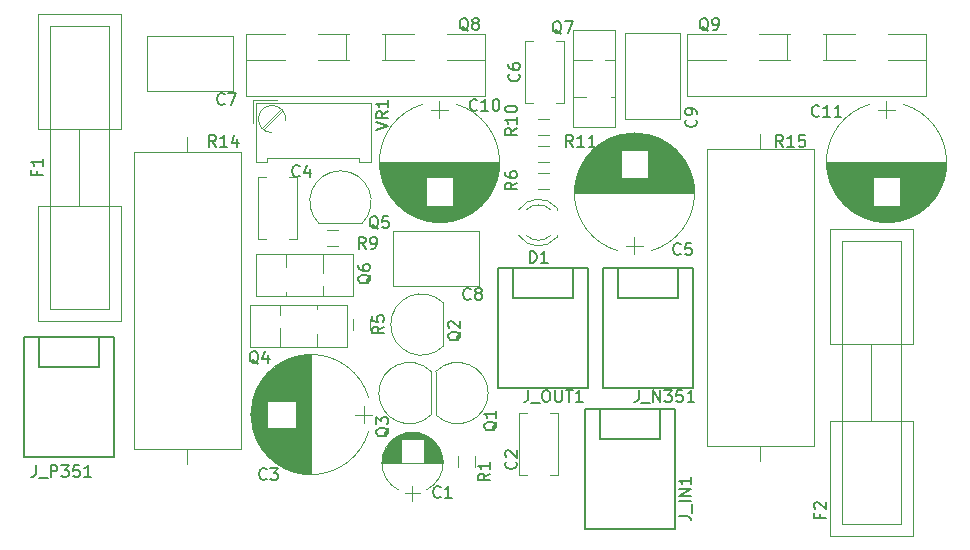
<source format=gto>
G04 #@! TF.GenerationSoftware,KiCad,Pcbnew,(2018-01-30 revision 342197bb3)-makepkg*
G04 #@! TF.CreationDate,2019-02-26T10:02:36-05:00*
G04 #@! TF.ProjectId,AAMB,41414D422E6B696361645F7063620000,rev?*
G04 #@! TF.SameCoordinates,Original*
G04 #@! TF.FileFunction,Legend,Top*
G04 #@! TF.FilePolarity,Positive*
%FSLAX46Y46*%
G04 Gerber Fmt 4.6, Leading zero omitted, Abs format (unit mm)*
G04 Created by KiCad (PCBNEW (2018-01-30 revision 342197bb3)-makepkg) date 02/26/19 10:02:36*
%MOMM*%
%LPD*%
G01*
G04 APERTURE LIST*
%ADD10C,0.120000*%
%ADD11C,0.150000*%
G04 APERTURE END LIST*
D10*
X154798000Y-94818000D02*
X156098000Y-94818000D01*
X155448000Y-95418000D02*
X155448000Y-94218000D01*
X155094000Y-89657000D02*
X155802000Y-89657000D01*
X154889000Y-89697000D02*
X156007000Y-89697000D01*
X154741000Y-89737000D02*
X156155000Y-89737000D01*
X154619000Y-89777000D02*
X156277000Y-89777000D01*
X154514000Y-89817000D02*
X156382000Y-89817000D01*
X154420000Y-89857000D02*
X156476000Y-89857000D01*
X154336000Y-89897000D02*
X156560000Y-89897000D01*
X154259000Y-89937000D02*
X156637000Y-89937000D01*
X154187000Y-89977000D02*
X156709000Y-89977000D01*
X154121000Y-90017000D02*
X156775000Y-90017000D01*
X154058000Y-90057000D02*
X156838000Y-90057000D01*
X154000000Y-90097000D02*
X156896000Y-90097000D01*
X153944000Y-90137000D02*
X156952000Y-90137000D01*
X153892000Y-90177000D02*
X157004000Y-90177000D01*
X153842000Y-90217000D02*
X157054000Y-90217000D01*
X156428000Y-90257000D02*
X157102000Y-90257000D01*
X153794000Y-90257000D02*
X154468000Y-90257000D01*
X156428000Y-90297000D02*
X157147000Y-90297000D01*
X153749000Y-90297000D02*
X154468000Y-90297000D01*
X156428000Y-90337000D02*
X157190000Y-90337000D01*
X153706000Y-90337000D02*
X154468000Y-90337000D01*
X156428000Y-90377000D02*
X157231000Y-90377000D01*
X153665000Y-90377000D02*
X154468000Y-90377000D01*
X156428000Y-90417000D02*
X157271000Y-90417000D01*
X153625000Y-90417000D02*
X154468000Y-90417000D01*
X156428000Y-90457000D02*
X157309000Y-90457000D01*
X153587000Y-90457000D02*
X154468000Y-90457000D01*
X156428000Y-90497000D02*
X157345000Y-90497000D01*
X153551000Y-90497000D02*
X154468000Y-90497000D01*
X156428000Y-90537000D02*
X157380000Y-90537000D01*
X153516000Y-90537000D02*
X154468000Y-90537000D01*
X156428000Y-90577000D02*
X157413000Y-90577000D01*
X153483000Y-90577000D02*
X154468000Y-90577000D01*
X156428000Y-90617000D02*
X157445000Y-90617000D01*
X153451000Y-90617000D02*
X154468000Y-90617000D01*
X156428000Y-90657000D02*
X157476000Y-90657000D01*
X153420000Y-90657000D02*
X154468000Y-90657000D01*
X156428000Y-90697000D02*
X157506000Y-90697000D01*
X153390000Y-90697000D02*
X154468000Y-90697000D01*
X156428000Y-90737000D02*
X157534000Y-90737000D01*
X153362000Y-90737000D02*
X154468000Y-90737000D01*
X156428000Y-90777000D02*
X157561000Y-90777000D01*
X153335000Y-90777000D02*
X154468000Y-90777000D01*
X156428000Y-90817000D02*
X157588000Y-90817000D01*
X153308000Y-90817000D02*
X154468000Y-90817000D01*
X156428000Y-90857000D02*
X157613000Y-90857000D01*
X153283000Y-90857000D02*
X154468000Y-90857000D01*
X156428000Y-90897000D02*
X157637000Y-90897000D01*
X153259000Y-90897000D02*
X154468000Y-90897000D01*
X156428000Y-90937000D02*
X157660000Y-90937000D01*
X153236000Y-90937000D02*
X154468000Y-90937000D01*
X156428000Y-90977000D02*
X157682000Y-90977000D01*
X153214000Y-90977000D02*
X154468000Y-90977000D01*
X156428000Y-91017000D02*
X157704000Y-91017000D01*
X153192000Y-91017000D02*
X154468000Y-91017000D01*
X156428000Y-91057000D02*
X157724000Y-91057000D01*
X153172000Y-91057000D02*
X154468000Y-91057000D01*
X156428000Y-91097000D02*
X157744000Y-91097000D01*
X153152000Y-91097000D02*
X154468000Y-91097000D01*
X156428000Y-91137000D02*
X157763000Y-91137000D01*
X153133000Y-91137000D02*
X154468000Y-91137000D01*
X156428000Y-91177000D02*
X157781000Y-91177000D01*
X153115000Y-91177000D02*
X154468000Y-91177000D01*
X156428000Y-91217000D02*
X157798000Y-91217000D01*
X153098000Y-91217000D02*
X154468000Y-91217000D01*
X156428000Y-91257000D02*
X157814000Y-91257000D01*
X153082000Y-91257000D02*
X154468000Y-91257000D01*
X156428000Y-91297000D02*
X157830000Y-91297000D01*
X153066000Y-91297000D02*
X154468000Y-91297000D01*
X156428000Y-91337000D02*
X157844000Y-91337000D01*
X153052000Y-91337000D02*
X154468000Y-91337000D01*
X156428000Y-91377000D02*
X157858000Y-91377000D01*
X153038000Y-91377000D02*
X154468000Y-91377000D01*
X156428000Y-91417000D02*
X157872000Y-91417000D01*
X153024000Y-91417000D02*
X154468000Y-91417000D01*
X156428000Y-91457000D02*
X157884000Y-91457000D01*
X153012000Y-91457000D02*
X154468000Y-91457000D01*
X156428000Y-91497000D02*
X157896000Y-91497000D01*
X153000000Y-91497000D02*
X154468000Y-91497000D01*
X156428000Y-91538000D02*
X157908000Y-91538000D01*
X152988000Y-91538000D02*
X154468000Y-91538000D01*
X156428000Y-91578000D02*
X157918000Y-91578000D01*
X152978000Y-91578000D02*
X154468000Y-91578000D01*
X156428000Y-91618000D02*
X157928000Y-91618000D01*
X152968000Y-91618000D02*
X154468000Y-91618000D01*
X156428000Y-91658000D02*
X157937000Y-91658000D01*
X152959000Y-91658000D02*
X154468000Y-91658000D01*
X156428000Y-91698000D02*
X157946000Y-91698000D01*
X152950000Y-91698000D02*
X154468000Y-91698000D01*
X156428000Y-91738000D02*
X157954000Y-91738000D01*
X152942000Y-91738000D02*
X154468000Y-91738000D01*
X156428000Y-91778000D02*
X157961000Y-91778000D01*
X152935000Y-91778000D02*
X154468000Y-91778000D01*
X156428000Y-91818000D02*
X157967000Y-91818000D01*
X152929000Y-91818000D02*
X154468000Y-91818000D01*
X156428000Y-91858000D02*
X157973000Y-91858000D01*
X152923000Y-91858000D02*
X154468000Y-91858000D01*
X156428000Y-91898000D02*
X157979000Y-91898000D01*
X152917000Y-91898000D02*
X154468000Y-91898000D01*
X156428000Y-91938000D02*
X157983000Y-91938000D01*
X152913000Y-91938000D02*
X154468000Y-91938000D01*
X156428000Y-91978000D02*
X157987000Y-91978000D01*
X152909000Y-91978000D02*
X154468000Y-91978000D01*
X156428000Y-92018000D02*
X157991000Y-92018000D01*
X152905000Y-92018000D02*
X154468000Y-92018000D01*
X156428000Y-92058000D02*
X157994000Y-92058000D01*
X152902000Y-92058000D02*
X154468000Y-92058000D01*
X156428000Y-92098000D02*
X157996000Y-92098000D01*
X152900000Y-92098000D02*
X154468000Y-92098000D01*
X156428000Y-92138000D02*
X157997000Y-92138000D01*
X152899000Y-92138000D02*
X154468000Y-92138000D01*
X156428000Y-92178000D02*
X157998000Y-92178000D01*
X152898000Y-92178000D02*
X154468000Y-92178000D01*
X152898000Y-92218000D02*
X157998000Y-92218000D01*
X156627723Y-89912278D02*
G75*
G03X154268000Y-89912420I-1179723J-2305722D01*
G01*
X156627723Y-89912278D02*
G75*
G02X156628000Y-94523580I-1179723J-2305722D01*
G01*
X154268277Y-89912278D02*
G75*
G03X154268000Y-94523580I1179723J-2305722D01*
G01*
X165120000Y-93248000D02*
X164456000Y-93248000D01*
X167776000Y-93248000D02*
X167112000Y-93248000D01*
X165120000Y-88028000D02*
X164456000Y-88028000D01*
X167776000Y-88028000D02*
X167112000Y-88028000D01*
X164456000Y-88028000D02*
X164456000Y-93248000D01*
X167776000Y-88028000D02*
X167776000Y-93248000D01*
X151302000Y-88888000D02*
X151302000Y-87388000D01*
X152052000Y-88138000D02*
X150552000Y-88138000D01*
X141771000Y-88417000D02*
X141771000Y-87859000D01*
X141811000Y-88810000D02*
X141811000Y-87466000D01*
X141851000Y-89051000D02*
X141851000Y-87225000D01*
X141891000Y-89242000D02*
X141891000Y-87034000D01*
X141931000Y-89403000D02*
X141931000Y-86873000D01*
X141971000Y-89545000D02*
X141971000Y-86731000D01*
X142011000Y-89674000D02*
X142011000Y-86602000D01*
X142051000Y-89792000D02*
X142051000Y-86484000D01*
X142091000Y-89901000D02*
X142091000Y-86375000D01*
X142131000Y-90004000D02*
X142131000Y-86272000D01*
X142171000Y-90100000D02*
X142171000Y-86176000D01*
X142211000Y-90191000D02*
X142211000Y-86085000D01*
X142251000Y-90278000D02*
X142251000Y-85998000D01*
X142291000Y-90360000D02*
X142291000Y-85916000D01*
X142331000Y-90439000D02*
X142331000Y-85837000D01*
X142371000Y-90515000D02*
X142371000Y-85761000D01*
X142411000Y-90587000D02*
X142411000Y-85689000D01*
X142451000Y-90657000D02*
X142451000Y-85619000D01*
X142491000Y-90725000D02*
X142491000Y-85551000D01*
X142531000Y-90790000D02*
X142531000Y-85486000D01*
X142571000Y-90853000D02*
X142571000Y-85423000D01*
X142611000Y-90915000D02*
X142611000Y-85361000D01*
X142651000Y-90974000D02*
X142651000Y-85302000D01*
X142691000Y-91032000D02*
X142691000Y-85244000D01*
X142731000Y-91087000D02*
X142731000Y-85189000D01*
X142771000Y-91142000D02*
X142771000Y-85134000D01*
X142811000Y-91195000D02*
X142811000Y-85081000D01*
X142851000Y-91246000D02*
X142851000Y-85030000D01*
X142891000Y-91296000D02*
X142891000Y-84980000D01*
X142931000Y-91345000D02*
X142931000Y-84931000D01*
X142971000Y-91393000D02*
X142971000Y-84883000D01*
X143011000Y-91440000D02*
X143011000Y-84836000D01*
X143051000Y-91485000D02*
X143051000Y-84791000D01*
X143091000Y-91529000D02*
X143091000Y-84747000D01*
X143131000Y-91573000D02*
X143131000Y-84703000D01*
X143171000Y-91615000D02*
X143171000Y-84661000D01*
X143211000Y-86957000D02*
X143211000Y-84620000D01*
X143211000Y-91656000D02*
X143211000Y-89319000D01*
X143251000Y-86957000D02*
X143251000Y-84579000D01*
X143251000Y-91697000D02*
X143251000Y-89319000D01*
X143291000Y-86957000D02*
X143291000Y-84540000D01*
X143291000Y-91736000D02*
X143291000Y-89319000D01*
X143331000Y-86957000D02*
X143331000Y-84501000D01*
X143331000Y-91775000D02*
X143331000Y-89319000D01*
X143371000Y-86957000D02*
X143371000Y-84463000D01*
X143371000Y-91813000D02*
X143371000Y-89319000D01*
X143411000Y-86957000D02*
X143411000Y-84426000D01*
X143411000Y-91850000D02*
X143411000Y-89319000D01*
X143451000Y-86957000D02*
X143451000Y-84390000D01*
X143451000Y-91886000D02*
X143451000Y-89319000D01*
X143491000Y-86957000D02*
X143491000Y-84354000D01*
X143491000Y-91922000D02*
X143491000Y-89319000D01*
X143531000Y-86957000D02*
X143531000Y-84319000D01*
X143531000Y-91957000D02*
X143531000Y-89319000D01*
X143571000Y-86957000D02*
X143571000Y-84285000D01*
X143571000Y-91991000D02*
X143571000Y-89319000D01*
X143611000Y-86957000D02*
X143611000Y-84252000D01*
X143611000Y-92024000D02*
X143611000Y-89319000D01*
X143651000Y-86957000D02*
X143651000Y-84219000D01*
X143651000Y-92057000D02*
X143651000Y-89319000D01*
X143691000Y-86957000D02*
X143691000Y-84187000D01*
X143691000Y-92089000D02*
X143691000Y-89319000D01*
X143731000Y-86957000D02*
X143731000Y-84156000D01*
X143731000Y-92120000D02*
X143731000Y-89319000D01*
X143771000Y-86957000D02*
X143771000Y-84125000D01*
X143771000Y-92151000D02*
X143771000Y-89319000D01*
X143811000Y-86957000D02*
X143811000Y-84095000D01*
X143811000Y-92181000D02*
X143811000Y-89319000D01*
X143851000Y-86957000D02*
X143851000Y-84066000D01*
X143851000Y-92210000D02*
X143851000Y-89319000D01*
X143891000Y-86957000D02*
X143891000Y-84037000D01*
X143891000Y-92239000D02*
X143891000Y-89319000D01*
X143931000Y-86957000D02*
X143931000Y-84008000D01*
X143931000Y-92268000D02*
X143931000Y-89319000D01*
X143971000Y-86957000D02*
X143971000Y-83981000D01*
X143971000Y-92295000D02*
X143971000Y-89319000D01*
X144011000Y-86957000D02*
X144011000Y-83953000D01*
X144011000Y-92323000D02*
X144011000Y-89319000D01*
X144051000Y-86957000D02*
X144051000Y-83927000D01*
X144051000Y-92349000D02*
X144051000Y-89319000D01*
X144091000Y-86957000D02*
X144091000Y-83901000D01*
X144091000Y-92375000D02*
X144091000Y-89319000D01*
X144131000Y-86957000D02*
X144131000Y-83875000D01*
X144131000Y-92401000D02*
X144131000Y-89319000D01*
X144171000Y-86957000D02*
X144171000Y-83850000D01*
X144171000Y-92426000D02*
X144171000Y-89319000D01*
X144211000Y-86957000D02*
X144211000Y-83826000D01*
X144211000Y-92450000D02*
X144211000Y-89319000D01*
X144251000Y-86957000D02*
X144251000Y-83802000D01*
X144251000Y-92474000D02*
X144251000Y-89319000D01*
X144291000Y-86957000D02*
X144291000Y-83778000D01*
X144291000Y-92498000D02*
X144291000Y-89319000D01*
X144331000Y-86957000D02*
X144331000Y-83755000D01*
X144331000Y-92521000D02*
X144331000Y-89319000D01*
X144371000Y-86957000D02*
X144371000Y-83733000D01*
X144371000Y-92543000D02*
X144371000Y-89319000D01*
X144411000Y-86957000D02*
X144411000Y-83710000D01*
X144411000Y-92566000D02*
X144411000Y-89319000D01*
X144451000Y-86957000D02*
X144451000Y-83689000D01*
X144451000Y-92587000D02*
X144451000Y-89319000D01*
X144491000Y-86957000D02*
X144491000Y-83668000D01*
X144491000Y-92608000D02*
X144491000Y-89319000D01*
X144531000Y-86957000D02*
X144531000Y-83647000D01*
X144531000Y-92629000D02*
X144531000Y-89319000D01*
X144571000Y-86957000D02*
X144571000Y-83627000D01*
X144571000Y-92649000D02*
X144571000Y-89319000D01*
X144611000Y-86957000D02*
X144611000Y-83607000D01*
X144611000Y-92669000D02*
X144611000Y-89319000D01*
X144651000Y-86957000D02*
X144651000Y-83588000D01*
X144651000Y-92688000D02*
X144651000Y-89319000D01*
X144691000Y-86957000D02*
X144691000Y-83569000D01*
X144691000Y-92707000D02*
X144691000Y-89319000D01*
X144731000Y-86957000D02*
X144731000Y-83550000D01*
X144731000Y-92726000D02*
X144731000Y-89319000D01*
X144771000Y-86957000D02*
X144771000Y-83532000D01*
X144771000Y-92744000D02*
X144771000Y-89319000D01*
X144811000Y-86957000D02*
X144811000Y-83514000D01*
X144811000Y-92762000D02*
X144811000Y-89319000D01*
X144851000Y-86957000D02*
X144851000Y-83497000D01*
X144851000Y-92779000D02*
X144851000Y-89319000D01*
X144891000Y-86957000D02*
X144891000Y-83480000D01*
X144891000Y-92796000D02*
X144891000Y-89319000D01*
X144931000Y-86957000D02*
X144931000Y-83464000D01*
X144931000Y-92812000D02*
X144931000Y-89319000D01*
X144971000Y-86957000D02*
X144971000Y-83447000D01*
X144971000Y-92829000D02*
X144971000Y-89319000D01*
X145011000Y-86957000D02*
X145011000Y-83432000D01*
X145011000Y-92844000D02*
X145011000Y-89319000D01*
X145051000Y-86957000D02*
X145051000Y-83416000D01*
X145051000Y-92860000D02*
X145051000Y-89319000D01*
X145091000Y-86957000D02*
X145091000Y-83401000D01*
X145091000Y-92875000D02*
X145091000Y-89319000D01*
X145131000Y-86957000D02*
X145131000Y-83387000D01*
X145131000Y-92889000D02*
X145131000Y-89319000D01*
X145171000Y-86957000D02*
X145171000Y-83373000D01*
X145171000Y-92903000D02*
X145171000Y-89319000D01*
X145211000Y-86957000D02*
X145211000Y-83359000D01*
X145211000Y-92917000D02*
X145211000Y-89319000D01*
X145251000Y-86957000D02*
X145251000Y-83346000D01*
X145251000Y-92930000D02*
X145251000Y-89319000D01*
X145291000Y-86957000D02*
X145291000Y-83332000D01*
X145291000Y-92944000D02*
X145291000Y-89319000D01*
X145331000Y-86957000D02*
X145331000Y-83320000D01*
X145331000Y-92956000D02*
X145331000Y-89319000D01*
X145371000Y-86957000D02*
X145371000Y-83307000D01*
X145371000Y-92969000D02*
X145371000Y-89319000D01*
X145411000Y-86957000D02*
X145411000Y-83295000D01*
X145411000Y-92981000D02*
X145411000Y-89319000D01*
X145451000Y-86957000D02*
X145451000Y-83284000D01*
X145451000Y-92992000D02*
X145451000Y-89319000D01*
X145491000Y-86957000D02*
X145491000Y-83273000D01*
X145491000Y-93003000D02*
X145491000Y-89319000D01*
X145531000Y-86957000D02*
X145531000Y-83262000D01*
X145531000Y-93014000D02*
X145531000Y-89319000D01*
X145571000Y-93025000D02*
X145571000Y-83251000D01*
X145611000Y-93035000D02*
X145611000Y-83241000D01*
X145651000Y-93045000D02*
X145651000Y-83231000D01*
X145691000Y-93055000D02*
X145691000Y-83221000D01*
X145731000Y-93064000D02*
X145731000Y-83212000D01*
X145771000Y-93073000D02*
X145771000Y-83203000D01*
X145811000Y-93081000D02*
X145811000Y-83195000D01*
X145851000Y-93089000D02*
X145851000Y-83187000D01*
X145891000Y-93097000D02*
X145891000Y-83179000D01*
X145931000Y-93105000D02*
X145931000Y-83171000D01*
X145971000Y-93112000D02*
X145971000Y-83164000D01*
X146011000Y-93119000D02*
X146011000Y-83157000D01*
X146051000Y-93125000D02*
X146051000Y-83151000D01*
X146091000Y-93131000D02*
X146091000Y-83145000D01*
X146131000Y-93137000D02*
X146131000Y-83139000D01*
X146172000Y-93143000D02*
X146172000Y-83133000D01*
X146212000Y-93148000D02*
X146212000Y-83128000D01*
X146252000Y-93153000D02*
X146252000Y-83123000D01*
X146292000Y-93158000D02*
X146292000Y-83118000D01*
X146332000Y-93162000D02*
X146332000Y-83114000D01*
X146372000Y-93166000D02*
X146372000Y-83110000D01*
X146412000Y-93169000D02*
X146412000Y-83107000D01*
X146452000Y-93173000D02*
X146452000Y-83103000D01*
X146492000Y-93176000D02*
X146492000Y-83100000D01*
X146532000Y-93178000D02*
X146532000Y-83098000D01*
X146572000Y-93181000D02*
X146572000Y-83095000D01*
X146612000Y-93183000D02*
X146612000Y-83093000D01*
X146652000Y-93185000D02*
X146652000Y-83091000D01*
X146692000Y-93186000D02*
X146692000Y-83090000D01*
X146732000Y-93187000D02*
X146732000Y-83089000D01*
X146772000Y-93188000D02*
X146772000Y-83088000D01*
X146812000Y-93188000D02*
X146812000Y-83088000D01*
X146852000Y-93188000D02*
X146852000Y-83088000D01*
X141953563Y-86754736D02*
G75*
G03X141952643Y-89518000I4898437J-1383264D01*
G01*
X141953563Y-86754736D02*
G75*
G02X151751357Y-86758000I4898437J-1383264D01*
G01*
X141953563Y-89521264D02*
G75*
G03X151751357Y-89518000I4898437J1383264D01*
G01*
X142358000Y-73262000D02*
X142358000Y-68042000D01*
X145678000Y-73262000D02*
X145678000Y-68042000D01*
X142358000Y-73262000D02*
X143022000Y-73262000D01*
X145014000Y-73262000D02*
X145678000Y-73262000D01*
X142358000Y-68042000D02*
X143022000Y-68042000D01*
X145014000Y-68042000D02*
X145678000Y-68042000D01*
X172860736Y-64483563D02*
G75*
G03X172864000Y-74281357I1383264J-4898437D01*
G01*
X175627264Y-64483563D02*
G75*
G02X175624000Y-74281357I-1383264J-4898437D01*
G01*
X175627264Y-64483563D02*
G75*
G03X172864000Y-64482643I-1383264J-4898437D01*
G01*
X169194000Y-69382000D02*
X179294000Y-69382000D01*
X169194000Y-69342000D02*
X179294000Y-69342000D01*
X169194000Y-69302000D02*
X179294000Y-69302000D01*
X169195000Y-69262000D02*
X179293000Y-69262000D01*
X169196000Y-69222000D02*
X179292000Y-69222000D01*
X169197000Y-69182000D02*
X179291000Y-69182000D01*
X169199000Y-69142000D02*
X179289000Y-69142000D01*
X169201000Y-69102000D02*
X179287000Y-69102000D01*
X169204000Y-69062000D02*
X179284000Y-69062000D01*
X169206000Y-69022000D02*
X179282000Y-69022000D01*
X169209000Y-68982000D02*
X179279000Y-68982000D01*
X169213000Y-68942000D02*
X179275000Y-68942000D01*
X169216000Y-68902000D02*
X179272000Y-68902000D01*
X169220000Y-68862000D02*
X179268000Y-68862000D01*
X169224000Y-68822000D02*
X179264000Y-68822000D01*
X169229000Y-68782000D02*
X179259000Y-68782000D01*
X169234000Y-68742000D02*
X179254000Y-68742000D01*
X169239000Y-68702000D02*
X179249000Y-68702000D01*
X169245000Y-68661000D02*
X179243000Y-68661000D01*
X169251000Y-68621000D02*
X179237000Y-68621000D01*
X169257000Y-68581000D02*
X179231000Y-68581000D01*
X169263000Y-68541000D02*
X179225000Y-68541000D01*
X169270000Y-68501000D02*
X179218000Y-68501000D01*
X169277000Y-68461000D02*
X179211000Y-68461000D01*
X169285000Y-68421000D02*
X179203000Y-68421000D01*
X169293000Y-68381000D02*
X179195000Y-68381000D01*
X169301000Y-68341000D02*
X179187000Y-68341000D01*
X169309000Y-68301000D02*
X179179000Y-68301000D01*
X169318000Y-68261000D02*
X179170000Y-68261000D01*
X169327000Y-68221000D02*
X179161000Y-68221000D01*
X169337000Y-68181000D02*
X179151000Y-68181000D01*
X169347000Y-68141000D02*
X179141000Y-68141000D01*
X169357000Y-68101000D02*
X179131000Y-68101000D01*
X169368000Y-68061000D02*
X173063000Y-68061000D01*
X175425000Y-68061000D02*
X179120000Y-68061000D01*
X169379000Y-68021000D02*
X173063000Y-68021000D01*
X175425000Y-68021000D02*
X179109000Y-68021000D01*
X169390000Y-67981000D02*
X173063000Y-67981000D01*
X175425000Y-67981000D02*
X179098000Y-67981000D01*
X169401000Y-67941000D02*
X173063000Y-67941000D01*
X175425000Y-67941000D02*
X179087000Y-67941000D01*
X169413000Y-67901000D02*
X173063000Y-67901000D01*
X175425000Y-67901000D02*
X179075000Y-67901000D01*
X169426000Y-67861000D02*
X173063000Y-67861000D01*
X175425000Y-67861000D02*
X179062000Y-67861000D01*
X169438000Y-67821000D02*
X173063000Y-67821000D01*
X175425000Y-67821000D02*
X179050000Y-67821000D01*
X169452000Y-67781000D02*
X173063000Y-67781000D01*
X175425000Y-67781000D02*
X179036000Y-67781000D01*
X169465000Y-67741000D02*
X173063000Y-67741000D01*
X175425000Y-67741000D02*
X179023000Y-67741000D01*
X169479000Y-67701000D02*
X173063000Y-67701000D01*
X175425000Y-67701000D02*
X179009000Y-67701000D01*
X169493000Y-67661000D02*
X173063000Y-67661000D01*
X175425000Y-67661000D02*
X178995000Y-67661000D01*
X169507000Y-67621000D02*
X173063000Y-67621000D01*
X175425000Y-67621000D02*
X178981000Y-67621000D01*
X169522000Y-67581000D02*
X173063000Y-67581000D01*
X175425000Y-67581000D02*
X178966000Y-67581000D01*
X169538000Y-67541000D02*
X173063000Y-67541000D01*
X175425000Y-67541000D02*
X178950000Y-67541000D01*
X169553000Y-67501000D02*
X173063000Y-67501000D01*
X175425000Y-67501000D02*
X178935000Y-67501000D01*
X169570000Y-67461000D02*
X173063000Y-67461000D01*
X175425000Y-67461000D02*
X178918000Y-67461000D01*
X169586000Y-67421000D02*
X173063000Y-67421000D01*
X175425000Y-67421000D02*
X178902000Y-67421000D01*
X169603000Y-67381000D02*
X173063000Y-67381000D01*
X175425000Y-67381000D02*
X178885000Y-67381000D01*
X169620000Y-67341000D02*
X173063000Y-67341000D01*
X175425000Y-67341000D02*
X178868000Y-67341000D01*
X169638000Y-67301000D02*
X173063000Y-67301000D01*
X175425000Y-67301000D02*
X178850000Y-67301000D01*
X169656000Y-67261000D02*
X173063000Y-67261000D01*
X175425000Y-67261000D02*
X178832000Y-67261000D01*
X169675000Y-67221000D02*
X173063000Y-67221000D01*
X175425000Y-67221000D02*
X178813000Y-67221000D01*
X169694000Y-67181000D02*
X173063000Y-67181000D01*
X175425000Y-67181000D02*
X178794000Y-67181000D01*
X169713000Y-67141000D02*
X173063000Y-67141000D01*
X175425000Y-67141000D02*
X178775000Y-67141000D01*
X169733000Y-67101000D02*
X173063000Y-67101000D01*
X175425000Y-67101000D02*
X178755000Y-67101000D01*
X169753000Y-67061000D02*
X173063000Y-67061000D01*
X175425000Y-67061000D02*
X178735000Y-67061000D01*
X169774000Y-67021000D02*
X173063000Y-67021000D01*
X175425000Y-67021000D02*
X178714000Y-67021000D01*
X169795000Y-66981000D02*
X173063000Y-66981000D01*
X175425000Y-66981000D02*
X178693000Y-66981000D01*
X169816000Y-66941000D02*
X173063000Y-66941000D01*
X175425000Y-66941000D02*
X178672000Y-66941000D01*
X169839000Y-66901000D02*
X173063000Y-66901000D01*
X175425000Y-66901000D02*
X178649000Y-66901000D01*
X169861000Y-66861000D02*
X173063000Y-66861000D01*
X175425000Y-66861000D02*
X178627000Y-66861000D01*
X169884000Y-66821000D02*
X173063000Y-66821000D01*
X175425000Y-66821000D02*
X178604000Y-66821000D01*
X169908000Y-66781000D02*
X173063000Y-66781000D01*
X175425000Y-66781000D02*
X178580000Y-66781000D01*
X169932000Y-66741000D02*
X173063000Y-66741000D01*
X175425000Y-66741000D02*
X178556000Y-66741000D01*
X169956000Y-66701000D02*
X173063000Y-66701000D01*
X175425000Y-66701000D02*
X178532000Y-66701000D01*
X169981000Y-66661000D02*
X173063000Y-66661000D01*
X175425000Y-66661000D02*
X178507000Y-66661000D01*
X170007000Y-66621000D02*
X173063000Y-66621000D01*
X175425000Y-66621000D02*
X178481000Y-66621000D01*
X170033000Y-66581000D02*
X173063000Y-66581000D01*
X175425000Y-66581000D02*
X178455000Y-66581000D01*
X170059000Y-66541000D02*
X173063000Y-66541000D01*
X175425000Y-66541000D02*
X178429000Y-66541000D01*
X170087000Y-66501000D02*
X173063000Y-66501000D01*
X175425000Y-66501000D02*
X178401000Y-66501000D01*
X170114000Y-66461000D02*
X173063000Y-66461000D01*
X175425000Y-66461000D02*
X178374000Y-66461000D01*
X170143000Y-66421000D02*
X173063000Y-66421000D01*
X175425000Y-66421000D02*
X178345000Y-66421000D01*
X170172000Y-66381000D02*
X173063000Y-66381000D01*
X175425000Y-66381000D02*
X178316000Y-66381000D01*
X170201000Y-66341000D02*
X173063000Y-66341000D01*
X175425000Y-66341000D02*
X178287000Y-66341000D01*
X170231000Y-66301000D02*
X173063000Y-66301000D01*
X175425000Y-66301000D02*
X178257000Y-66301000D01*
X170262000Y-66261000D02*
X173063000Y-66261000D01*
X175425000Y-66261000D02*
X178226000Y-66261000D01*
X170293000Y-66221000D02*
X173063000Y-66221000D01*
X175425000Y-66221000D02*
X178195000Y-66221000D01*
X170325000Y-66181000D02*
X173063000Y-66181000D01*
X175425000Y-66181000D02*
X178163000Y-66181000D01*
X170358000Y-66141000D02*
X173063000Y-66141000D01*
X175425000Y-66141000D02*
X178130000Y-66141000D01*
X170391000Y-66101000D02*
X173063000Y-66101000D01*
X175425000Y-66101000D02*
X178097000Y-66101000D01*
X170425000Y-66061000D02*
X173063000Y-66061000D01*
X175425000Y-66061000D02*
X178063000Y-66061000D01*
X170460000Y-66021000D02*
X173063000Y-66021000D01*
X175425000Y-66021000D02*
X178028000Y-66021000D01*
X170496000Y-65981000D02*
X173063000Y-65981000D01*
X175425000Y-65981000D02*
X177992000Y-65981000D01*
X170532000Y-65941000D02*
X173063000Y-65941000D01*
X175425000Y-65941000D02*
X177956000Y-65941000D01*
X170569000Y-65901000D02*
X173063000Y-65901000D01*
X175425000Y-65901000D02*
X177919000Y-65901000D01*
X170607000Y-65861000D02*
X173063000Y-65861000D01*
X175425000Y-65861000D02*
X177881000Y-65861000D01*
X170646000Y-65821000D02*
X173063000Y-65821000D01*
X175425000Y-65821000D02*
X177842000Y-65821000D01*
X170685000Y-65781000D02*
X173063000Y-65781000D01*
X175425000Y-65781000D02*
X177803000Y-65781000D01*
X170726000Y-65741000D02*
X173063000Y-65741000D01*
X175425000Y-65741000D02*
X177762000Y-65741000D01*
X170767000Y-65701000D02*
X177721000Y-65701000D01*
X170809000Y-65661000D02*
X177679000Y-65661000D01*
X170853000Y-65621000D02*
X177635000Y-65621000D01*
X170897000Y-65581000D02*
X177591000Y-65581000D01*
X170942000Y-65541000D02*
X177546000Y-65541000D01*
X170989000Y-65501000D02*
X177499000Y-65501000D01*
X171037000Y-65461000D02*
X177451000Y-65461000D01*
X171086000Y-65421000D02*
X177402000Y-65421000D01*
X171136000Y-65381000D02*
X177352000Y-65381000D01*
X171187000Y-65341000D02*
X177301000Y-65341000D01*
X171240000Y-65301000D02*
X177248000Y-65301000D01*
X171295000Y-65261000D02*
X177193000Y-65261000D01*
X171350000Y-65221000D02*
X177138000Y-65221000D01*
X171408000Y-65181000D02*
X177080000Y-65181000D01*
X171467000Y-65141000D02*
X177021000Y-65141000D01*
X171529000Y-65101000D02*
X176959000Y-65101000D01*
X171592000Y-65061000D02*
X176896000Y-65061000D01*
X171657000Y-65021000D02*
X176831000Y-65021000D01*
X171725000Y-64981000D02*
X176763000Y-64981000D01*
X171795000Y-64941000D02*
X176693000Y-64941000D01*
X171867000Y-64901000D02*
X176621000Y-64901000D01*
X171943000Y-64861000D02*
X176545000Y-64861000D01*
X172022000Y-64821000D02*
X176466000Y-64821000D01*
X172104000Y-64781000D02*
X176384000Y-64781000D01*
X172191000Y-64741000D02*
X176297000Y-64741000D01*
X172282000Y-64701000D02*
X176206000Y-64701000D01*
X172378000Y-64661000D02*
X176110000Y-64661000D01*
X172481000Y-64621000D02*
X176007000Y-64621000D01*
X172590000Y-64581000D02*
X175898000Y-64581000D01*
X172708000Y-64541000D02*
X175780000Y-64541000D01*
X172837000Y-64501000D02*
X175651000Y-64501000D01*
X172979000Y-64461000D02*
X175509000Y-64461000D01*
X173140000Y-64421000D02*
X175348000Y-64421000D01*
X173331000Y-64381000D02*
X175157000Y-64381000D01*
X173572000Y-64341000D02*
X174916000Y-64341000D01*
X173965000Y-64301000D02*
X174523000Y-64301000D01*
X174244000Y-74582000D02*
X174244000Y-73082000D01*
X173494000Y-73832000D02*
X174994000Y-73832000D01*
X165628000Y-61752000D02*
X164964000Y-61752000D01*
X168284000Y-61752000D02*
X167620000Y-61752000D01*
X165628000Y-56532000D02*
X164964000Y-56532000D01*
X168284000Y-56532000D02*
X167620000Y-56532000D01*
X164964000Y-56532000D02*
X164964000Y-61752000D01*
X168284000Y-56532000D02*
X168284000Y-61752000D01*
X140272000Y-56110000D02*
X140272000Y-60730000D01*
X132952000Y-56110000D02*
X132952000Y-60730000D01*
X132952000Y-60730000D02*
X140272000Y-60730000D01*
X132952000Y-56110000D02*
X140272000Y-56110000D01*
X153780000Y-72620000D02*
X161100000Y-72620000D01*
X153780000Y-77240000D02*
X161100000Y-77240000D01*
X153780000Y-72620000D02*
X153780000Y-77240000D01*
X161100000Y-72620000D02*
X161100000Y-77240000D01*
X173458000Y-55816000D02*
X178078000Y-55816000D01*
X173458000Y-63136000D02*
X178078000Y-63136000D01*
X178078000Y-63136000D02*
X178078000Y-55816000D01*
X173458000Y-63136000D02*
X173458000Y-55816000D01*
X159117264Y-71660437D02*
G75*
G03X159114000Y-61862643I-1383264J4898437D01*
G01*
X156350736Y-71660437D02*
G75*
G02X156354000Y-61862643I1383264J4898437D01*
G01*
X156350736Y-71660437D02*
G75*
G03X159114000Y-71661357I1383264J4898437D01*
G01*
X162784000Y-66762000D02*
X152684000Y-66762000D01*
X162784000Y-66802000D02*
X152684000Y-66802000D01*
X162784000Y-66842000D02*
X152684000Y-66842000D01*
X162783000Y-66882000D02*
X152685000Y-66882000D01*
X162782000Y-66922000D02*
X152686000Y-66922000D01*
X162781000Y-66962000D02*
X152687000Y-66962000D01*
X162779000Y-67002000D02*
X152689000Y-67002000D01*
X162777000Y-67042000D02*
X152691000Y-67042000D01*
X162774000Y-67082000D02*
X152694000Y-67082000D01*
X162772000Y-67122000D02*
X152696000Y-67122000D01*
X162769000Y-67162000D02*
X152699000Y-67162000D01*
X162765000Y-67202000D02*
X152703000Y-67202000D01*
X162762000Y-67242000D02*
X152706000Y-67242000D01*
X162758000Y-67282000D02*
X152710000Y-67282000D01*
X162754000Y-67322000D02*
X152714000Y-67322000D01*
X162749000Y-67362000D02*
X152719000Y-67362000D01*
X162744000Y-67402000D02*
X152724000Y-67402000D01*
X162739000Y-67442000D02*
X152729000Y-67442000D01*
X162733000Y-67483000D02*
X152735000Y-67483000D01*
X162727000Y-67523000D02*
X152741000Y-67523000D01*
X162721000Y-67563000D02*
X152747000Y-67563000D01*
X162715000Y-67603000D02*
X152753000Y-67603000D01*
X162708000Y-67643000D02*
X152760000Y-67643000D01*
X162701000Y-67683000D02*
X152767000Y-67683000D01*
X162693000Y-67723000D02*
X152775000Y-67723000D01*
X162685000Y-67763000D02*
X152783000Y-67763000D01*
X162677000Y-67803000D02*
X152791000Y-67803000D01*
X162669000Y-67843000D02*
X152799000Y-67843000D01*
X162660000Y-67883000D02*
X152808000Y-67883000D01*
X162651000Y-67923000D02*
X152817000Y-67923000D01*
X162641000Y-67963000D02*
X152827000Y-67963000D01*
X162631000Y-68003000D02*
X152837000Y-68003000D01*
X162621000Y-68043000D02*
X152847000Y-68043000D01*
X162610000Y-68083000D02*
X158915000Y-68083000D01*
X156553000Y-68083000D02*
X152858000Y-68083000D01*
X162599000Y-68123000D02*
X158915000Y-68123000D01*
X156553000Y-68123000D02*
X152869000Y-68123000D01*
X162588000Y-68163000D02*
X158915000Y-68163000D01*
X156553000Y-68163000D02*
X152880000Y-68163000D01*
X162577000Y-68203000D02*
X158915000Y-68203000D01*
X156553000Y-68203000D02*
X152891000Y-68203000D01*
X162565000Y-68243000D02*
X158915000Y-68243000D01*
X156553000Y-68243000D02*
X152903000Y-68243000D01*
X162552000Y-68283000D02*
X158915000Y-68283000D01*
X156553000Y-68283000D02*
X152916000Y-68283000D01*
X162540000Y-68323000D02*
X158915000Y-68323000D01*
X156553000Y-68323000D02*
X152928000Y-68323000D01*
X162526000Y-68363000D02*
X158915000Y-68363000D01*
X156553000Y-68363000D02*
X152942000Y-68363000D01*
X162513000Y-68403000D02*
X158915000Y-68403000D01*
X156553000Y-68403000D02*
X152955000Y-68403000D01*
X162499000Y-68443000D02*
X158915000Y-68443000D01*
X156553000Y-68443000D02*
X152969000Y-68443000D01*
X162485000Y-68483000D02*
X158915000Y-68483000D01*
X156553000Y-68483000D02*
X152983000Y-68483000D01*
X162471000Y-68523000D02*
X158915000Y-68523000D01*
X156553000Y-68523000D02*
X152997000Y-68523000D01*
X162456000Y-68563000D02*
X158915000Y-68563000D01*
X156553000Y-68563000D02*
X153012000Y-68563000D01*
X162440000Y-68603000D02*
X158915000Y-68603000D01*
X156553000Y-68603000D02*
X153028000Y-68603000D01*
X162425000Y-68643000D02*
X158915000Y-68643000D01*
X156553000Y-68643000D02*
X153043000Y-68643000D01*
X162408000Y-68683000D02*
X158915000Y-68683000D01*
X156553000Y-68683000D02*
X153060000Y-68683000D01*
X162392000Y-68723000D02*
X158915000Y-68723000D01*
X156553000Y-68723000D02*
X153076000Y-68723000D01*
X162375000Y-68763000D02*
X158915000Y-68763000D01*
X156553000Y-68763000D02*
X153093000Y-68763000D01*
X162358000Y-68803000D02*
X158915000Y-68803000D01*
X156553000Y-68803000D02*
X153110000Y-68803000D01*
X162340000Y-68843000D02*
X158915000Y-68843000D01*
X156553000Y-68843000D02*
X153128000Y-68843000D01*
X162322000Y-68883000D02*
X158915000Y-68883000D01*
X156553000Y-68883000D02*
X153146000Y-68883000D01*
X162303000Y-68923000D02*
X158915000Y-68923000D01*
X156553000Y-68923000D02*
X153165000Y-68923000D01*
X162284000Y-68963000D02*
X158915000Y-68963000D01*
X156553000Y-68963000D02*
X153184000Y-68963000D01*
X162265000Y-69003000D02*
X158915000Y-69003000D01*
X156553000Y-69003000D02*
X153203000Y-69003000D01*
X162245000Y-69043000D02*
X158915000Y-69043000D01*
X156553000Y-69043000D02*
X153223000Y-69043000D01*
X162225000Y-69083000D02*
X158915000Y-69083000D01*
X156553000Y-69083000D02*
X153243000Y-69083000D01*
X162204000Y-69123000D02*
X158915000Y-69123000D01*
X156553000Y-69123000D02*
X153264000Y-69123000D01*
X162183000Y-69163000D02*
X158915000Y-69163000D01*
X156553000Y-69163000D02*
X153285000Y-69163000D01*
X162162000Y-69203000D02*
X158915000Y-69203000D01*
X156553000Y-69203000D02*
X153306000Y-69203000D01*
X162139000Y-69243000D02*
X158915000Y-69243000D01*
X156553000Y-69243000D02*
X153329000Y-69243000D01*
X162117000Y-69283000D02*
X158915000Y-69283000D01*
X156553000Y-69283000D02*
X153351000Y-69283000D01*
X162094000Y-69323000D02*
X158915000Y-69323000D01*
X156553000Y-69323000D02*
X153374000Y-69323000D01*
X162070000Y-69363000D02*
X158915000Y-69363000D01*
X156553000Y-69363000D02*
X153398000Y-69363000D01*
X162046000Y-69403000D02*
X158915000Y-69403000D01*
X156553000Y-69403000D02*
X153422000Y-69403000D01*
X162022000Y-69443000D02*
X158915000Y-69443000D01*
X156553000Y-69443000D02*
X153446000Y-69443000D01*
X161997000Y-69483000D02*
X158915000Y-69483000D01*
X156553000Y-69483000D02*
X153471000Y-69483000D01*
X161971000Y-69523000D02*
X158915000Y-69523000D01*
X156553000Y-69523000D02*
X153497000Y-69523000D01*
X161945000Y-69563000D02*
X158915000Y-69563000D01*
X156553000Y-69563000D02*
X153523000Y-69563000D01*
X161919000Y-69603000D02*
X158915000Y-69603000D01*
X156553000Y-69603000D02*
X153549000Y-69603000D01*
X161891000Y-69643000D02*
X158915000Y-69643000D01*
X156553000Y-69643000D02*
X153577000Y-69643000D01*
X161864000Y-69683000D02*
X158915000Y-69683000D01*
X156553000Y-69683000D02*
X153604000Y-69683000D01*
X161835000Y-69723000D02*
X158915000Y-69723000D01*
X156553000Y-69723000D02*
X153633000Y-69723000D01*
X161806000Y-69763000D02*
X158915000Y-69763000D01*
X156553000Y-69763000D02*
X153662000Y-69763000D01*
X161777000Y-69803000D02*
X158915000Y-69803000D01*
X156553000Y-69803000D02*
X153691000Y-69803000D01*
X161747000Y-69843000D02*
X158915000Y-69843000D01*
X156553000Y-69843000D02*
X153721000Y-69843000D01*
X161716000Y-69883000D02*
X158915000Y-69883000D01*
X156553000Y-69883000D02*
X153752000Y-69883000D01*
X161685000Y-69923000D02*
X158915000Y-69923000D01*
X156553000Y-69923000D02*
X153783000Y-69923000D01*
X161653000Y-69963000D02*
X158915000Y-69963000D01*
X156553000Y-69963000D02*
X153815000Y-69963000D01*
X161620000Y-70003000D02*
X158915000Y-70003000D01*
X156553000Y-70003000D02*
X153848000Y-70003000D01*
X161587000Y-70043000D02*
X158915000Y-70043000D01*
X156553000Y-70043000D02*
X153881000Y-70043000D01*
X161553000Y-70083000D02*
X158915000Y-70083000D01*
X156553000Y-70083000D02*
X153915000Y-70083000D01*
X161518000Y-70123000D02*
X158915000Y-70123000D01*
X156553000Y-70123000D02*
X153950000Y-70123000D01*
X161482000Y-70163000D02*
X158915000Y-70163000D01*
X156553000Y-70163000D02*
X153986000Y-70163000D01*
X161446000Y-70203000D02*
X158915000Y-70203000D01*
X156553000Y-70203000D02*
X154022000Y-70203000D01*
X161409000Y-70243000D02*
X158915000Y-70243000D01*
X156553000Y-70243000D02*
X154059000Y-70243000D01*
X161371000Y-70283000D02*
X158915000Y-70283000D01*
X156553000Y-70283000D02*
X154097000Y-70283000D01*
X161332000Y-70323000D02*
X158915000Y-70323000D01*
X156553000Y-70323000D02*
X154136000Y-70323000D01*
X161293000Y-70363000D02*
X158915000Y-70363000D01*
X156553000Y-70363000D02*
X154175000Y-70363000D01*
X161252000Y-70403000D02*
X158915000Y-70403000D01*
X156553000Y-70403000D02*
X154216000Y-70403000D01*
X161211000Y-70443000D02*
X154257000Y-70443000D01*
X161169000Y-70483000D02*
X154299000Y-70483000D01*
X161125000Y-70523000D02*
X154343000Y-70523000D01*
X161081000Y-70563000D02*
X154387000Y-70563000D01*
X161036000Y-70603000D02*
X154432000Y-70603000D01*
X160989000Y-70643000D02*
X154479000Y-70643000D01*
X160941000Y-70683000D02*
X154527000Y-70683000D01*
X160892000Y-70723000D02*
X154576000Y-70723000D01*
X160842000Y-70763000D02*
X154626000Y-70763000D01*
X160791000Y-70803000D02*
X154677000Y-70803000D01*
X160738000Y-70843000D02*
X154730000Y-70843000D01*
X160683000Y-70883000D02*
X154785000Y-70883000D01*
X160628000Y-70923000D02*
X154840000Y-70923000D01*
X160570000Y-70963000D02*
X154898000Y-70963000D01*
X160511000Y-71003000D02*
X154957000Y-71003000D01*
X160449000Y-71043000D02*
X155019000Y-71043000D01*
X160386000Y-71083000D02*
X155082000Y-71083000D01*
X160321000Y-71123000D02*
X155147000Y-71123000D01*
X160253000Y-71163000D02*
X155215000Y-71163000D01*
X160183000Y-71203000D02*
X155285000Y-71203000D01*
X160111000Y-71243000D02*
X155357000Y-71243000D01*
X160035000Y-71283000D02*
X155433000Y-71283000D01*
X159956000Y-71323000D02*
X155512000Y-71323000D01*
X159874000Y-71363000D02*
X155594000Y-71363000D01*
X159787000Y-71403000D02*
X155681000Y-71403000D01*
X159696000Y-71443000D02*
X155772000Y-71443000D01*
X159600000Y-71483000D02*
X155868000Y-71483000D01*
X159497000Y-71523000D02*
X155971000Y-71523000D01*
X159388000Y-71563000D02*
X156080000Y-71563000D01*
X159270000Y-71603000D02*
X156198000Y-71603000D01*
X159141000Y-71643000D02*
X156327000Y-71643000D01*
X158999000Y-71683000D02*
X156469000Y-71683000D01*
X158838000Y-71723000D02*
X156630000Y-71723000D01*
X158647000Y-71763000D02*
X156821000Y-71763000D01*
X158406000Y-71803000D02*
X157062000Y-71803000D01*
X158013000Y-71843000D02*
X157455000Y-71843000D01*
X157734000Y-61562000D02*
X157734000Y-63062000D01*
X158484000Y-62312000D02*
X156984000Y-62312000D01*
X196330000Y-62312000D02*
X194830000Y-62312000D01*
X195580000Y-61562000D02*
X195580000Y-63062000D01*
X195859000Y-71843000D02*
X195301000Y-71843000D01*
X196252000Y-71803000D02*
X194908000Y-71803000D01*
X196493000Y-71763000D02*
X194667000Y-71763000D01*
X196684000Y-71723000D02*
X194476000Y-71723000D01*
X196845000Y-71683000D02*
X194315000Y-71683000D01*
X196987000Y-71643000D02*
X194173000Y-71643000D01*
X197116000Y-71603000D02*
X194044000Y-71603000D01*
X197234000Y-71563000D02*
X193926000Y-71563000D01*
X197343000Y-71523000D02*
X193817000Y-71523000D01*
X197446000Y-71483000D02*
X193714000Y-71483000D01*
X197542000Y-71443000D02*
X193618000Y-71443000D01*
X197633000Y-71403000D02*
X193527000Y-71403000D01*
X197720000Y-71363000D02*
X193440000Y-71363000D01*
X197802000Y-71323000D02*
X193358000Y-71323000D01*
X197881000Y-71283000D02*
X193279000Y-71283000D01*
X197957000Y-71243000D02*
X193203000Y-71243000D01*
X198029000Y-71203000D02*
X193131000Y-71203000D01*
X198099000Y-71163000D02*
X193061000Y-71163000D01*
X198167000Y-71123000D02*
X192993000Y-71123000D01*
X198232000Y-71083000D02*
X192928000Y-71083000D01*
X198295000Y-71043000D02*
X192865000Y-71043000D01*
X198357000Y-71003000D02*
X192803000Y-71003000D01*
X198416000Y-70963000D02*
X192744000Y-70963000D01*
X198474000Y-70923000D02*
X192686000Y-70923000D01*
X198529000Y-70883000D02*
X192631000Y-70883000D01*
X198584000Y-70843000D02*
X192576000Y-70843000D01*
X198637000Y-70803000D02*
X192523000Y-70803000D01*
X198688000Y-70763000D02*
X192472000Y-70763000D01*
X198738000Y-70723000D02*
X192422000Y-70723000D01*
X198787000Y-70683000D02*
X192373000Y-70683000D01*
X198835000Y-70643000D02*
X192325000Y-70643000D01*
X198882000Y-70603000D02*
X192278000Y-70603000D01*
X198927000Y-70563000D02*
X192233000Y-70563000D01*
X198971000Y-70523000D02*
X192189000Y-70523000D01*
X199015000Y-70483000D02*
X192145000Y-70483000D01*
X199057000Y-70443000D02*
X192103000Y-70443000D01*
X194399000Y-70403000D02*
X192062000Y-70403000D01*
X199098000Y-70403000D02*
X196761000Y-70403000D01*
X194399000Y-70363000D02*
X192021000Y-70363000D01*
X199139000Y-70363000D02*
X196761000Y-70363000D01*
X194399000Y-70323000D02*
X191982000Y-70323000D01*
X199178000Y-70323000D02*
X196761000Y-70323000D01*
X194399000Y-70283000D02*
X191943000Y-70283000D01*
X199217000Y-70283000D02*
X196761000Y-70283000D01*
X194399000Y-70243000D02*
X191905000Y-70243000D01*
X199255000Y-70243000D02*
X196761000Y-70243000D01*
X194399000Y-70203000D02*
X191868000Y-70203000D01*
X199292000Y-70203000D02*
X196761000Y-70203000D01*
X194399000Y-70163000D02*
X191832000Y-70163000D01*
X199328000Y-70163000D02*
X196761000Y-70163000D01*
X194399000Y-70123000D02*
X191796000Y-70123000D01*
X199364000Y-70123000D02*
X196761000Y-70123000D01*
X194399000Y-70083000D02*
X191761000Y-70083000D01*
X199399000Y-70083000D02*
X196761000Y-70083000D01*
X194399000Y-70043000D02*
X191727000Y-70043000D01*
X199433000Y-70043000D02*
X196761000Y-70043000D01*
X194399000Y-70003000D02*
X191694000Y-70003000D01*
X199466000Y-70003000D02*
X196761000Y-70003000D01*
X194399000Y-69963000D02*
X191661000Y-69963000D01*
X199499000Y-69963000D02*
X196761000Y-69963000D01*
X194399000Y-69923000D02*
X191629000Y-69923000D01*
X199531000Y-69923000D02*
X196761000Y-69923000D01*
X194399000Y-69883000D02*
X191598000Y-69883000D01*
X199562000Y-69883000D02*
X196761000Y-69883000D01*
X194399000Y-69843000D02*
X191567000Y-69843000D01*
X199593000Y-69843000D02*
X196761000Y-69843000D01*
X194399000Y-69803000D02*
X191537000Y-69803000D01*
X199623000Y-69803000D02*
X196761000Y-69803000D01*
X194399000Y-69763000D02*
X191508000Y-69763000D01*
X199652000Y-69763000D02*
X196761000Y-69763000D01*
X194399000Y-69723000D02*
X191479000Y-69723000D01*
X199681000Y-69723000D02*
X196761000Y-69723000D01*
X194399000Y-69683000D02*
X191450000Y-69683000D01*
X199710000Y-69683000D02*
X196761000Y-69683000D01*
X194399000Y-69643000D02*
X191423000Y-69643000D01*
X199737000Y-69643000D02*
X196761000Y-69643000D01*
X194399000Y-69603000D02*
X191395000Y-69603000D01*
X199765000Y-69603000D02*
X196761000Y-69603000D01*
X194399000Y-69563000D02*
X191369000Y-69563000D01*
X199791000Y-69563000D02*
X196761000Y-69563000D01*
X194399000Y-69523000D02*
X191343000Y-69523000D01*
X199817000Y-69523000D02*
X196761000Y-69523000D01*
X194399000Y-69483000D02*
X191317000Y-69483000D01*
X199843000Y-69483000D02*
X196761000Y-69483000D01*
X194399000Y-69443000D02*
X191292000Y-69443000D01*
X199868000Y-69443000D02*
X196761000Y-69443000D01*
X194399000Y-69403000D02*
X191268000Y-69403000D01*
X199892000Y-69403000D02*
X196761000Y-69403000D01*
X194399000Y-69363000D02*
X191244000Y-69363000D01*
X199916000Y-69363000D02*
X196761000Y-69363000D01*
X194399000Y-69323000D02*
X191220000Y-69323000D01*
X199940000Y-69323000D02*
X196761000Y-69323000D01*
X194399000Y-69283000D02*
X191197000Y-69283000D01*
X199963000Y-69283000D02*
X196761000Y-69283000D01*
X194399000Y-69243000D02*
X191175000Y-69243000D01*
X199985000Y-69243000D02*
X196761000Y-69243000D01*
X194399000Y-69203000D02*
X191152000Y-69203000D01*
X200008000Y-69203000D02*
X196761000Y-69203000D01*
X194399000Y-69163000D02*
X191131000Y-69163000D01*
X200029000Y-69163000D02*
X196761000Y-69163000D01*
X194399000Y-69123000D02*
X191110000Y-69123000D01*
X200050000Y-69123000D02*
X196761000Y-69123000D01*
X194399000Y-69083000D02*
X191089000Y-69083000D01*
X200071000Y-69083000D02*
X196761000Y-69083000D01*
X194399000Y-69043000D02*
X191069000Y-69043000D01*
X200091000Y-69043000D02*
X196761000Y-69043000D01*
X194399000Y-69003000D02*
X191049000Y-69003000D01*
X200111000Y-69003000D02*
X196761000Y-69003000D01*
X194399000Y-68963000D02*
X191030000Y-68963000D01*
X200130000Y-68963000D02*
X196761000Y-68963000D01*
X194399000Y-68923000D02*
X191011000Y-68923000D01*
X200149000Y-68923000D02*
X196761000Y-68923000D01*
X194399000Y-68883000D02*
X190992000Y-68883000D01*
X200168000Y-68883000D02*
X196761000Y-68883000D01*
X194399000Y-68843000D02*
X190974000Y-68843000D01*
X200186000Y-68843000D02*
X196761000Y-68843000D01*
X194399000Y-68803000D02*
X190956000Y-68803000D01*
X200204000Y-68803000D02*
X196761000Y-68803000D01*
X194399000Y-68763000D02*
X190939000Y-68763000D01*
X200221000Y-68763000D02*
X196761000Y-68763000D01*
X194399000Y-68723000D02*
X190922000Y-68723000D01*
X200238000Y-68723000D02*
X196761000Y-68723000D01*
X194399000Y-68683000D02*
X190906000Y-68683000D01*
X200254000Y-68683000D02*
X196761000Y-68683000D01*
X194399000Y-68643000D02*
X190889000Y-68643000D01*
X200271000Y-68643000D02*
X196761000Y-68643000D01*
X194399000Y-68603000D02*
X190874000Y-68603000D01*
X200286000Y-68603000D02*
X196761000Y-68603000D01*
X194399000Y-68563000D02*
X190858000Y-68563000D01*
X200302000Y-68563000D02*
X196761000Y-68563000D01*
X194399000Y-68523000D02*
X190843000Y-68523000D01*
X200317000Y-68523000D02*
X196761000Y-68523000D01*
X194399000Y-68483000D02*
X190829000Y-68483000D01*
X200331000Y-68483000D02*
X196761000Y-68483000D01*
X194399000Y-68443000D02*
X190815000Y-68443000D01*
X200345000Y-68443000D02*
X196761000Y-68443000D01*
X194399000Y-68403000D02*
X190801000Y-68403000D01*
X200359000Y-68403000D02*
X196761000Y-68403000D01*
X194399000Y-68363000D02*
X190788000Y-68363000D01*
X200372000Y-68363000D02*
X196761000Y-68363000D01*
X194399000Y-68323000D02*
X190774000Y-68323000D01*
X200386000Y-68323000D02*
X196761000Y-68323000D01*
X194399000Y-68283000D02*
X190762000Y-68283000D01*
X200398000Y-68283000D02*
X196761000Y-68283000D01*
X194399000Y-68243000D02*
X190749000Y-68243000D01*
X200411000Y-68243000D02*
X196761000Y-68243000D01*
X194399000Y-68203000D02*
X190737000Y-68203000D01*
X200423000Y-68203000D02*
X196761000Y-68203000D01*
X194399000Y-68163000D02*
X190726000Y-68163000D01*
X200434000Y-68163000D02*
X196761000Y-68163000D01*
X194399000Y-68123000D02*
X190715000Y-68123000D01*
X200445000Y-68123000D02*
X196761000Y-68123000D01*
X194399000Y-68083000D02*
X190704000Y-68083000D01*
X200456000Y-68083000D02*
X196761000Y-68083000D01*
X200467000Y-68043000D02*
X190693000Y-68043000D01*
X200477000Y-68003000D02*
X190683000Y-68003000D01*
X200487000Y-67963000D02*
X190673000Y-67963000D01*
X200497000Y-67923000D02*
X190663000Y-67923000D01*
X200506000Y-67883000D02*
X190654000Y-67883000D01*
X200515000Y-67843000D02*
X190645000Y-67843000D01*
X200523000Y-67803000D02*
X190637000Y-67803000D01*
X200531000Y-67763000D02*
X190629000Y-67763000D01*
X200539000Y-67723000D02*
X190621000Y-67723000D01*
X200547000Y-67683000D02*
X190613000Y-67683000D01*
X200554000Y-67643000D02*
X190606000Y-67643000D01*
X200561000Y-67603000D02*
X190599000Y-67603000D01*
X200567000Y-67563000D02*
X190593000Y-67563000D01*
X200573000Y-67523000D02*
X190587000Y-67523000D01*
X200579000Y-67483000D02*
X190581000Y-67483000D01*
X200585000Y-67442000D02*
X190575000Y-67442000D01*
X200590000Y-67402000D02*
X190570000Y-67402000D01*
X200595000Y-67362000D02*
X190565000Y-67362000D01*
X200600000Y-67322000D02*
X190560000Y-67322000D01*
X200604000Y-67282000D02*
X190556000Y-67282000D01*
X200608000Y-67242000D02*
X190552000Y-67242000D01*
X200611000Y-67202000D02*
X190549000Y-67202000D01*
X200615000Y-67162000D02*
X190545000Y-67162000D01*
X200618000Y-67122000D02*
X190542000Y-67122000D01*
X200620000Y-67082000D02*
X190540000Y-67082000D01*
X200623000Y-67042000D02*
X190537000Y-67042000D01*
X200625000Y-67002000D02*
X190535000Y-67002000D01*
X200627000Y-66962000D02*
X190533000Y-66962000D01*
X200628000Y-66922000D02*
X190532000Y-66922000D01*
X200629000Y-66882000D02*
X190531000Y-66882000D01*
X200630000Y-66842000D02*
X190530000Y-66842000D01*
X200630000Y-66802000D02*
X190530000Y-66802000D01*
X200630000Y-66762000D02*
X190530000Y-66762000D01*
X194196736Y-71660437D02*
G75*
G03X196960000Y-71661357I1383264J4898437D01*
G01*
X194196736Y-71660437D02*
G75*
G02X194200000Y-61862643I1383264J4898437D01*
G01*
X196963264Y-71660437D02*
G75*
G03X196960000Y-61862643I-1383264J4898437D01*
G01*
X167676000Y-70802000D02*
X167676000Y-70646000D01*
X167676000Y-73118000D02*
X167676000Y-72962000D01*
X165074870Y-70802163D02*
G75*
G02X167156961Y-70802000I1041130J-1079837D01*
G01*
X165074870Y-72961837D02*
G75*
G03X167156961Y-72962000I1041130J1079837D01*
G01*
X164443665Y-70803392D02*
G75*
G02X167676000Y-70646484I1672335J-1078608D01*
G01*
X164443665Y-72960608D02*
G75*
G03X167676000Y-73117516I1672335J1078608D01*
G01*
X127254000Y-63966000D02*
X127254000Y-70466000D01*
X123754000Y-63966000D02*
X130754000Y-63966000D01*
X130754000Y-55216000D02*
X130754000Y-63966000D01*
X123754000Y-55216000D02*
X123754000Y-63966000D01*
X129754000Y-77966000D02*
X129754000Y-79216000D01*
X124754000Y-77716000D02*
X124754000Y-79216000D01*
X129754000Y-65716000D02*
X129754000Y-77966000D01*
X124754000Y-65966000D02*
X124754000Y-77716000D01*
X129754000Y-55216000D02*
X129754000Y-65716000D01*
X124754000Y-55216000D02*
X124754000Y-65966000D01*
X124754000Y-55216000D02*
X129754000Y-55216000D01*
X123754000Y-54216000D02*
X123754000Y-55216000D01*
X123754000Y-54216000D02*
X130754000Y-54216000D01*
X130754000Y-54216000D02*
X130754000Y-55216000D01*
X124754000Y-79216000D02*
X129754000Y-79216000D01*
X123754000Y-70466000D02*
X123754000Y-80216000D01*
X123754000Y-80216000D02*
X130754000Y-80216000D01*
X130754000Y-70466000D02*
X130754000Y-80216000D01*
X123754000Y-70466000D02*
X130754000Y-70466000D01*
X190810000Y-88688000D02*
X197810000Y-88688000D01*
X197810000Y-88688000D02*
X197810000Y-98438000D01*
X190810000Y-98438000D02*
X197810000Y-98438000D01*
X190810000Y-88688000D02*
X190810000Y-98438000D01*
X191810000Y-97438000D02*
X196810000Y-97438000D01*
X197810000Y-72438000D02*
X197810000Y-73438000D01*
X190810000Y-72438000D02*
X197810000Y-72438000D01*
X190810000Y-72438000D02*
X190810000Y-73438000D01*
X191810000Y-73438000D02*
X196810000Y-73438000D01*
X191810000Y-73438000D02*
X191810000Y-84188000D01*
X196810000Y-73438000D02*
X196810000Y-83938000D01*
X191810000Y-84188000D02*
X191810000Y-95938000D01*
X196810000Y-83938000D02*
X196810000Y-96188000D01*
X191810000Y-95938000D02*
X191810000Y-97438000D01*
X196810000Y-96188000D02*
X196810000Y-97438000D01*
X190810000Y-73438000D02*
X190810000Y-82188000D01*
X197810000Y-73438000D02*
X197810000Y-82188000D01*
X190810000Y-82188000D02*
X197810000Y-82188000D01*
X194310000Y-82188000D02*
X194310000Y-88688000D01*
D11*
X162687000Y-85852000D02*
X162687000Y-75692000D01*
X170307000Y-85852000D02*
X162687000Y-85852000D01*
X170307000Y-75692000D02*
X170307000Y-85852000D01*
X162687000Y-75692000D02*
X170307000Y-75692000D01*
X163957000Y-78232000D02*
X163957000Y-75692000D01*
X169037000Y-78232000D02*
X163957000Y-78232000D01*
X169037000Y-75692000D02*
X169037000Y-78232000D01*
D10*
X157408000Y-84525500D02*
X157408000Y-88125500D01*
X157419522Y-84487022D02*
G75*
G02X161858000Y-86325500I1838478J-1838478D01*
G01*
X157419522Y-88163978D02*
G75*
G03X161858000Y-86325500I1838478J1838478D01*
G01*
X158060000Y-82318000D02*
X158060000Y-78718000D01*
X158048478Y-82356478D02*
G75*
G02X153610000Y-80518000I-1838478J1838478D01*
G01*
X158048478Y-78679522D02*
G75*
G03X153610000Y-80518000I-1838478J-1838478D01*
G01*
X157032478Y-84487022D02*
G75*
G03X152594000Y-86325500I-1838478J-1838478D01*
G01*
X157032478Y-88163978D02*
G75*
G02X152594000Y-86325500I-1838478J1838478D01*
G01*
X157044000Y-88125500D02*
X157044000Y-84525500D01*
X144195000Y-79724000D02*
X144195000Y-78894000D01*
X144195000Y-82384000D02*
X144195000Y-80804000D01*
X147396000Y-79214000D02*
X147396000Y-78894000D01*
X147396000Y-82384000D02*
X147396000Y-81314000D01*
X141676000Y-82384000D02*
X141676000Y-78894000D01*
X149916000Y-82384000D02*
X149916000Y-78894000D01*
X149916000Y-78894000D02*
X141676000Y-78894000D01*
X149916000Y-82384000D02*
X141676000Y-82384000D01*
X151190478Y-71942478D02*
G75*
G03X149352000Y-67504000I-1838478J1838478D01*
G01*
X147513522Y-71942478D02*
G75*
G02X149352000Y-67504000I1838478J1838478D01*
G01*
X147552000Y-71954000D02*
X151152000Y-71954000D01*
X147905000Y-77248000D02*
X147905000Y-78078000D01*
X147905000Y-74588000D02*
X147905000Y-76168000D01*
X144704000Y-77758000D02*
X144704000Y-78078000D01*
X144704000Y-74588000D02*
X144704000Y-75658000D01*
X150424000Y-74588000D02*
X150424000Y-78078000D01*
X142184000Y-74588000D02*
X142184000Y-78078000D01*
X142184000Y-78078000D02*
X150424000Y-78078000D01*
X142184000Y-74588000D02*
X150424000Y-74588000D01*
X169076000Y-63810000D02*
X169076000Y-55570000D01*
X172566000Y-63810000D02*
X172566000Y-55570000D01*
X169076000Y-63810000D02*
X172566000Y-63810000D01*
X169076000Y-55570000D02*
X172566000Y-55570000D01*
X169076000Y-61290000D02*
X170146000Y-61290000D01*
X172246000Y-61290000D02*
X172566000Y-61290000D01*
X169076000Y-58089000D02*
X170656000Y-58089000D01*
X171736000Y-58089000D02*
X172566000Y-58089000D01*
X141380000Y-55891000D02*
X144650000Y-55891000D01*
X147450000Y-55891000D02*
X150101000Y-55891000D01*
X152900000Y-55891000D02*
X155550000Y-55891000D01*
X158350000Y-55891000D02*
X161620000Y-55891000D01*
X141380000Y-61132000D02*
X161620000Y-61132000D01*
X141380000Y-55891000D02*
X141380000Y-61132000D01*
X161620000Y-55891000D02*
X161620000Y-61132000D01*
X141380000Y-58132000D02*
X144650000Y-58132000D01*
X147450000Y-58132000D02*
X150101000Y-58132000D01*
X152900000Y-58132000D02*
X155550000Y-58132000D01*
X158350000Y-58132000D02*
X161620000Y-58132000D01*
X149850000Y-55891000D02*
X149850000Y-58132000D01*
X153150000Y-55891000D02*
X153150000Y-58132000D01*
X190488000Y-55891000D02*
X190488000Y-58132000D01*
X187188000Y-55891000D02*
X187188000Y-58132000D01*
X195688000Y-58132000D02*
X198958000Y-58132000D01*
X190238000Y-58132000D02*
X192888000Y-58132000D01*
X184788000Y-58132000D02*
X187439000Y-58132000D01*
X178718000Y-58132000D02*
X181988000Y-58132000D01*
X198958000Y-55891000D02*
X198958000Y-61132000D01*
X178718000Y-55891000D02*
X178718000Y-61132000D01*
X178718000Y-61132000D02*
X198958000Y-61132000D01*
X195688000Y-55891000D02*
X198958000Y-55891000D01*
X190238000Y-55891000D02*
X192888000Y-55891000D01*
X184788000Y-55891000D02*
X187439000Y-55891000D01*
X178718000Y-55891000D02*
X181988000Y-55891000D01*
X159340000Y-92618000D02*
X159340000Y-91618000D01*
X160700000Y-91618000D02*
X160700000Y-92618000D01*
X151810000Y-80018000D02*
X151810000Y-81018000D01*
X150450000Y-81018000D02*
X150450000Y-80018000D01*
X167040000Y-69006000D02*
X166040000Y-69006000D01*
X166040000Y-67646000D02*
X167040000Y-67646000D01*
X149174000Y-73832000D02*
X148174000Y-73832000D01*
X148174000Y-72472000D02*
X149174000Y-72472000D01*
X167040000Y-64434000D02*
X166040000Y-64434000D01*
X166040000Y-63074000D02*
X167040000Y-63074000D01*
X167040000Y-66720000D02*
X166040000Y-66720000D01*
X166040000Y-65360000D02*
X167040000Y-65360000D01*
X136398000Y-92346000D02*
X136398000Y-91046000D01*
X136398000Y-64626000D02*
X136398000Y-65926000D01*
X140958000Y-91046000D02*
X140958000Y-65926000D01*
X131838000Y-91046000D02*
X140958000Y-91046000D01*
X131838000Y-65926000D02*
X131838000Y-91046000D01*
X140958000Y-65926000D02*
X131838000Y-65926000D01*
X180352000Y-90792000D02*
X189472000Y-90792000D01*
X189472000Y-90792000D02*
X189472000Y-65672000D01*
X189472000Y-65672000D02*
X180352000Y-65672000D01*
X180352000Y-65672000D02*
X180352000Y-90792000D01*
X184912000Y-92092000D02*
X184912000Y-90792000D01*
X184912000Y-64372000D02*
X184912000Y-65672000D01*
X141941000Y-61482000D02*
X143941000Y-61482000D01*
X141941000Y-63482000D02*
X141941000Y-61482000D01*
X143568000Y-63264000D02*
X144447000Y-62387000D01*
X142835000Y-63997000D02*
X143528000Y-63305000D01*
X142695000Y-63856000D02*
X144306000Y-62246000D01*
X151951000Y-61722000D02*
X142181000Y-61722000D01*
X151951000Y-66792000D02*
X151951000Y-61722000D01*
X150961000Y-66792000D02*
X151951000Y-66792000D01*
X150961000Y-66412000D02*
X150961000Y-66792000D01*
X143171000Y-66412000D02*
X150961000Y-66412000D01*
X143171000Y-66792000D02*
X143171000Y-66412000D01*
X142181000Y-66792000D02*
X143171000Y-66792000D01*
X142181000Y-61722000D02*
X142181000Y-66792000D01*
X143550226Y-61968043D02*
G75*
G02X144714000Y-63282000I20774J-1153957D01*
G01*
X143550842Y-64276824D02*
G75*
G02X143571000Y-61967000I20158J1154824D01*
G01*
D11*
X170053000Y-97790000D02*
X170053000Y-87630000D01*
X177673000Y-97790000D02*
X170053000Y-97790000D01*
X177673000Y-87630000D02*
X177673000Y-97790000D01*
X170053000Y-87630000D02*
X177673000Y-87630000D01*
X171323000Y-90170000D02*
X171323000Y-87630000D01*
X176403000Y-90170000D02*
X171323000Y-90170000D01*
X176403000Y-87630000D02*
X176403000Y-90170000D01*
X171577000Y-85852000D02*
X171577000Y-75692000D01*
X179197000Y-85852000D02*
X171577000Y-85852000D01*
X179197000Y-75692000D02*
X179197000Y-85852000D01*
X171577000Y-75692000D02*
X179197000Y-75692000D01*
X172847000Y-78232000D02*
X172847000Y-75692000D01*
X177927000Y-78232000D02*
X172847000Y-78232000D01*
X177927000Y-75692000D02*
X177927000Y-78232000D01*
X128905000Y-81534000D02*
X128905000Y-84074000D01*
X128905000Y-84074000D02*
X123825000Y-84074000D01*
X123825000Y-84074000D02*
X123825000Y-81534000D01*
X122555000Y-81534000D02*
X130175000Y-81534000D01*
X130175000Y-81534000D02*
X130175000Y-91694000D01*
X130175000Y-91694000D02*
X122555000Y-91694000D01*
X122555000Y-91694000D02*
X122555000Y-81534000D01*
X157821333Y-95099142D02*
X157773714Y-95146761D01*
X157630857Y-95194380D01*
X157535619Y-95194380D01*
X157392761Y-95146761D01*
X157297523Y-95051523D01*
X157249904Y-94956285D01*
X157202285Y-94765809D01*
X157202285Y-94622952D01*
X157249904Y-94432476D01*
X157297523Y-94337238D01*
X157392761Y-94242000D01*
X157535619Y-94194380D01*
X157630857Y-94194380D01*
X157773714Y-94242000D01*
X157821333Y-94289619D01*
X158773714Y-95194380D02*
X158202285Y-95194380D01*
X158488000Y-95194380D02*
X158488000Y-94194380D01*
X158392761Y-94337238D01*
X158297523Y-94432476D01*
X158202285Y-94480095D01*
X164187142Y-92114666D02*
X164234761Y-92162285D01*
X164282380Y-92305142D01*
X164282380Y-92400380D01*
X164234761Y-92543238D01*
X164139523Y-92638476D01*
X164044285Y-92686095D01*
X163853809Y-92733714D01*
X163710952Y-92733714D01*
X163520476Y-92686095D01*
X163425238Y-92638476D01*
X163330000Y-92543238D01*
X163282380Y-92400380D01*
X163282380Y-92305142D01*
X163330000Y-92162285D01*
X163377619Y-92114666D01*
X163377619Y-91733714D02*
X163330000Y-91686095D01*
X163282380Y-91590857D01*
X163282380Y-91352761D01*
X163330000Y-91257523D01*
X163377619Y-91209904D01*
X163472857Y-91162285D01*
X163568095Y-91162285D01*
X163710952Y-91209904D01*
X164282380Y-91781333D01*
X164282380Y-91162285D01*
X143089333Y-93575142D02*
X143041714Y-93622761D01*
X142898857Y-93670380D01*
X142803619Y-93670380D01*
X142660761Y-93622761D01*
X142565523Y-93527523D01*
X142517904Y-93432285D01*
X142470285Y-93241809D01*
X142470285Y-93098952D01*
X142517904Y-92908476D01*
X142565523Y-92813238D01*
X142660761Y-92718000D01*
X142803619Y-92670380D01*
X142898857Y-92670380D01*
X143041714Y-92718000D01*
X143089333Y-92765619D01*
X143422666Y-92670380D02*
X144041714Y-92670380D01*
X143708380Y-93051333D01*
X143851238Y-93051333D01*
X143946476Y-93098952D01*
X143994095Y-93146571D01*
X144041714Y-93241809D01*
X144041714Y-93479904D01*
X143994095Y-93575142D01*
X143946476Y-93622761D01*
X143851238Y-93670380D01*
X143565523Y-93670380D01*
X143470285Y-93622761D01*
X143422666Y-93575142D01*
X145883333Y-67921142D02*
X145835714Y-67968761D01*
X145692857Y-68016380D01*
X145597619Y-68016380D01*
X145454761Y-67968761D01*
X145359523Y-67873523D01*
X145311904Y-67778285D01*
X145264285Y-67587809D01*
X145264285Y-67444952D01*
X145311904Y-67254476D01*
X145359523Y-67159238D01*
X145454761Y-67064000D01*
X145597619Y-67016380D01*
X145692857Y-67016380D01*
X145835714Y-67064000D01*
X145883333Y-67111619D01*
X146740476Y-67349714D02*
X146740476Y-68016380D01*
X146502380Y-66968761D02*
X146264285Y-67683047D01*
X146883333Y-67683047D01*
X178141333Y-74525142D02*
X178093714Y-74572761D01*
X177950857Y-74620380D01*
X177855619Y-74620380D01*
X177712761Y-74572761D01*
X177617523Y-74477523D01*
X177569904Y-74382285D01*
X177522285Y-74191809D01*
X177522285Y-74048952D01*
X177569904Y-73858476D01*
X177617523Y-73763238D01*
X177712761Y-73668000D01*
X177855619Y-73620380D01*
X177950857Y-73620380D01*
X178093714Y-73668000D01*
X178141333Y-73715619D01*
X179046095Y-73620380D02*
X178569904Y-73620380D01*
X178522285Y-74096571D01*
X178569904Y-74048952D01*
X178665142Y-74001333D01*
X178903238Y-74001333D01*
X178998476Y-74048952D01*
X179046095Y-74096571D01*
X179093714Y-74191809D01*
X179093714Y-74429904D01*
X179046095Y-74525142D01*
X178998476Y-74572761D01*
X178903238Y-74620380D01*
X178665142Y-74620380D01*
X178569904Y-74572761D01*
X178522285Y-74525142D01*
X164441142Y-59308666D02*
X164488761Y-59356285D01*
X164536380Y-59499142D01*
X164536380Y-59594380D01*
X164488761Y-59737238D01*
X164393523Y-59832476D01*
X164298285Y-59880095D01*
X164107809Y-59927714D01*
X163964952Y-59927714D01*
X163774476Y-59880095D01*
X163679238Y-59832476D01*
X163584000Y-59737238D01*
X163536380Y-59594380D01*
X163536380Y-59499142D01*
X163584000Y-59356285D01*
X163631619Y-59308666D01*
X163536380Y-58451523D02*
X163536380Y-58642000D01*
X163584000Y-58737238D01*
X163631619Y-58784857D01*
X163774476Y-58880095D01*
X163964952Y-58927714D01*
X164345904Y-58927714D01*
X164441142Y-58880095D01*
X164488761Y-58832476D01*
X164536380Y-58737238D01*
X164536380Y-58546761D01*
X164488761Y-58451523D01*
X164441142Y-58403904D01*
X164345904Y-58356285D01*
X164107809Y-58356285D01*
X164012571Y-58403904D01*
X163964952Y-58451523D01*
X163917333Y-58546761D01*
X163917333Y-58737238D01*
X163964952Y-58832476D01*
X164012571Y-58880095D01*
X164107809Y-58927714D01*
X139533333Y-61825142D02*
X139485714Y-61872761D01*
X139342857Y-61920380D01*
X139247619Y-61920380D01*
X139104761Y-61872761D01*
X139009523Y-61777523D01*
X138961904Y-61682285D01*
X138914285Y-61491809D01*
X138914285Y-61348952D01*
X138961904Y-61158476D01*
X139009523Y-61063238D01*
X139104761Y-60968000D01*
X139247619Y-60920380D01*
X139342857Y-60920380D01*
X139485714Y-60968000D01*
X139533333Y-61015619D01*
X139866666Y-60920380D02*
X140533333Y-60920380D01*
X140104761Y-61920380D01*
X160361333Y-78335142D02*
X160313714Y-78382761D01*
X160170857Y-78430380D01*
X160075619Y-78430380D01*
X159932761Y-78382761D01*
X159837523Y-78287523D01*
X159789904Y-78192285D01*
X159742285Y-78001809D01*
X159742285Y-77858952D01*
X159789904Y-77668476D01*
X159837523Y-77573238D01*
X159932761Y-77478000D01*
X160075619Y-77430380D01*
X160170857Y-77430380D01*
X160313714Y-77478000D01*
X160361333Y-77525619D01*
X160932761Y-77858952D02*
X160837523Y-77811333D01*
X160789904Y-77763714D01*
X160742285Y-77668476D01*
X160742285Y-77620857D01*
X160789904Y-77525619D01*
X160837523Y-77478000D01*
X160932761Y-77430380D01*
X161123238Y-77430380D01*
X161218476Y-77478000D01*
X161266095Y-77525619D01*
X161313714Y-77620857D01*
X161313714Y-77668476D01*
X161266095Y-77763714D01*
X161218476Y-77811333D01*
X161123238Y-77858952D01*
X160932761Y-77858952D01*
X160837523Y-77906571D01*
X160789904Y-77954190D01*
X160742285Y-78049428D01*
X160742285Y-78239904D01*
X160789904Y-78335142D01*
X160837523Y-78382761D01*
X160932761Y-78430380D01*
X161123238Y-78430380D01*
X161218476Y-78382761D01*
X161266095Y-78335142D01*
X161313714Y-78239904D01*
X161313714Y-78049428D01*
X161266095Y-77954190D01*
X161218476Y-77906571D01*
X161123238Y-77858952D01*
X179427142Y-63158666D02*
X179474761Y-63206285D01*
X179522380Y-63349142D01*
X179522380Y-63444380D01*
X179474761Y-63587238D01*
X179379523Y-63682476D01*
X179284285Y-63730095D01*
X179093809Y-63777714D01*
X178950952Y-63777714D01*
X178760476Y-63730095D01*
X178665238Y-63682476D01*
X178570000Y-63587238D01*
X178522380Y-63444380D01*
X178522380Y-63349142D01*
X178570000Y-63206285D01*
X178617619Y-63158666D01*
X179522380Y-62682476D02*
X179522380Y-62492000D01*
X179474761Y-62396761D01*
X179427142Y-62349142D01*
X179284285Y-62253904D01*
X179093809Y-62206285D01*
X178712857Y-62206285D01*
X178617619Y-62253904D01*
X178570000Y-62301523D01*
X178522380Y-62396761D01*
X178522380Y-62587238D01*
X178570000Y-62682476D01*
X178617619Y-62730095D01*
X178712857Y-62777714D01*
X178950952Y-62777714D01*
X179046190Y-62730095D01*
X179093809Y-62682476D01*
X179141428Y-62587238D01*
X179141428Y-62396761D01*
X179093809Y-62301523D01*
X179046190Y-62253904D01*
X178950952Y-62206285D01*
X160901142Y-62333142D02*
X160853523Y-62380761D01*
X160710666Y-62428380D01*
X160615428Y-62428380D01*
X160472571Y-62380761D01*
X160377333Y-62285523D01*
X160329714Y-62190285D01*
X160282095Y-61999809D01*
X160282095Y-61856952D01*
X160329714Y-61666476D01*
X160377333Y-61571238D01*
X160472571Y-61476000D01*
X160615428Y-61428380D01*
X160710666Y-61428380D01*
X160853523Y-61476000D01*
X160901142Y-61523619D01*
X161853523Y-62428380D02*
X161282095Y-62428380D01*
X161567809Y-62428380D02*
X161567809Y-61428380D01*
X161472571Y-61571238D01*
X161377333Y-61666476D01*
X161282095Y-61714095D01*
X162472571Y-61428380D02*
X162567809Y-61428380D01*
X162663047Y-61476000D01*
X162710666Y-61523619D01*
X162758285Y-61618857D01*
X162805904Y-61809333D01*
X162805904Y-62047428D01*
X162758285Y-62237904D01*
X162710666Y-62333142D01*
X162663047Y-62380761D01*
X162567809Y-62428380D01*
X162472571Y-62428380D01*
X162377333Y-62380761D01*
X162329714Y-62333142D01*
X162282095Y-62237904D01*
X162234476Y-62047428D01*
X162234476Y-61809333D01*
X162282095Y-61618857D01*
X162329714Y-61523619D01*
X162377333Y-61476000D01*
X162472571Y-61428380D01*
X189857142Y-62841142D02*
X189809523Y-62888761D01*
X189666666Y-62936380D01*
X189571428Y-62936380D01*
X189428571Y-62888761D01*
X189333333Y-62793523D01*
X189285714Y-62698285D01*
X189238095Y-62507809D01*
X189238095Y-62364952D01*
X189285714Y-62174476D01*
X189333333Y-62079238D01*
X189428571Y-61984000D01*
X189571428Y-61936380D01*
X189666666Y-61936380D01*
X189809523Y-61984000D01*
X189857142Y-62031619D01*
X190809523Y-62936380D02*
X190238095Y-62936380D01*
X190523809Y-62936380D02*
X190523809Y-61936380D01*
X190428571Y-62079238D01*
X190333333Y-62174476D01*
X190238095Y-62222095D01*
X191761904Y-62936380D02*
X191190476Y-62936380D01*
X191476190Y-62936380D02*
X191476190Y-61936380D01*
X191380952Y-62079238D01*
X191285714Y-62174476D01*
X191190476Y-62222095D01*
X165377904Y-75294380D02*
X165377904Y-74294380D01*
X165616000Y-74294380D01*
X165758857Y-74342000D01*
X165854095Y-74437238D01*
X165901714Y-74532476D01*
X165949333Y-74722952D01*
X165949333Y-74865809D01*
X165901714Y-75056285D01*
X165854095Y-75151523D01*
X165758857Y-75246761D01*
X165616000Y-75294380D01*
X165377904Y-75294380D01*
X166901714Y-75294380D02*
X166330285Y-75294380D01*
X166616000Y-75294380D02*
X166616000Y-74294380D01*
X166520761Y-74437238D01*
X166425523Y-74532476D01*
X166330285Y-74580095D01*
X123626571Y-67549333D02*
X123626571Y-67882666D01*
X124150380Y-67882666D02*
X123150380Y-67882666D01*
X123150380Y-67406476D01*
X124150380Y-66501714D02*
X124150380Y-67073142D01*
X124150380Y-66787428D02*
X123150380Y-66787428D01*
X123293238Y-66882666D01*
X123388476Y-66977904D01*
X123436095Y-67073142D01*
X189920571Y-96599333D02*
X189920571Y-96932666D01*
X190444380Y-96932666D02*
X189444380Y-96932666D01*
X189444380Y-96456476D01*
X189539619Y-96123142D02*
X189492000Y-96075523D01*
X189444380Y-95980285D01*
X189444380Y-95742190D01*
X189492000Y-95646952D01*
X189539619Y-95599333D01*
X189634857Y-95551714D01*
X189730095Y-95551714D01*
X189872952Y-95599333D01*
X190444380Y-96170761D01*
X190444380Y-95551714D01*
X165243142Y-86066380D02*
X165243142Y-86780666D01*
X165195523Y-86923523D01*
X165100285Y-87018761D01*
X164957428Y-87066380D01*
X164862190Y-87066380D01*
X165481238Y-87161619D02*
X166243142Y-87161619D01*
X166671714Y-86066380D02*
X166862190Y-86066380D01*
X166957428Y-86114000D01*
X167052666Y-86209238D01*
X167100285Y-86399714D01*
X167100285Y-86733047D01*
X167052666Y-86923523D01*
X166957428Y-87018761D01*
X166862190Y-87066380D01*
X166671714Y-87066380D01*
X166576476Y-87018761D01*
X166481238Y-86923523D01*
X166433619Y-86733047D01*
X166433619Y-86399714D01*
X166481238Y-86209238D01*
X166576476Y-86114000D01*
X166671714Y-86066380D01*
X167528857Y-86066380D02*
X167528857Y-86875904D01*
X167576476Y-86971142D01*
X167624095Y-87018761D01*
X167719333Y-87066380D01*
X167909809Y-87066380D01*
X168005047Y-87018761D01*
X168052666Y-86971142D01*
X168100285Y-86875904D01*
X168100285Y-86066380D01*
X168433619Y-86066380D02*
X169005047Y-86066380D01*
X168719333Y-87066380D02*
X168719333Y-86066380D01*
X169862190Y-87066380D02*
X169290761Y-87066380D01*
X169576476Y-87066380D02*
X169576476Y-86066380D01*
X169481238Y-86209238D01*
X169386000Y-86304476D01*
X169290761Y-86352095D01*
X162599619Y-88741238D02*
X162552000Y-88836476D01*
X162456761Y-88931714D01*
X162313904Y-89074571D01*
X162266285Y-89169809D01*
X162266285Y-89265047D01*
X162504380Y-89217428D02*
X162456761Y-89312666D01*
X162361523Y-89407904D01*
X162171047Y-89455523D01*
X161837714Y-89455523D01*
X161647238Y-89407904D01*
X161552000Y-89312666D01*
X161504380Y-89217428D01*
X161504380Y-89026952D01*
X161552000Y-88931714D01*
X161647238Y-88836476D01*
X161837714Y-88788857D01*
X162171047Y-88788857D01*
X162361523Y-88836476D01*
X162456761Y-88931714D01*
X162504380Y-89026952D01*
X162504380Y-89217428D01*
X162504380Y-87836476D02*
X162504380Y-88407904D01*
X162504380Y-88122190D02*
X161504380Y-88122190D01*
X161647238Y-88217428D01*
X161742476Y-88312666D01*
X161790095Y-88407904D01*
X159551619Y-81121238D02*
X159504000Y-81216476D01*
X159408761Y-81311714D01*
X159265904Y-81454571D01*
X159218285Y-81549809D01*
X159218285Y-81645047D01*
X159456380Y-81597428D02*
X159408761Y-81692666D01*
X159313523Y-81787904D01*
X159123047Y-81835523D01*
X158789714Y-81835523D01*
X158599238Y-81787904D01*
X158504000Y-81692666D01*
X158456380Y-81597428D01*
X158456380Y-81406952D01*
X158504000Y-81311714D01*
X158599238Y-81216476D01*
X158789714Y-81168857D01*
X159123047Y-81168857D01*
X159313523Y-81216476D01*
X159408761Y-81311714D01*
X159456380Y-81406952D01*
X159456380Y-81597428D01*
X158551619Y-80787904D02*
X158504000Y-80740285D01*
X158456380Y-80645047D01*
X158456380Y-80406952D01*
X158504000Y-80311714D01*
X158551619Y-80264095D01*
X158646857Y-80216476D01*
X158742095Y-80216476D01*
X158884952Y-80264095D01*
X159456380Y-80835523D01*
X159456380Y-80216476D01*
X153455619Y-89249238D02*
X153408000Y-89344476D01*
X153312761Y-89439714D01*
X153169904Y-89582571D01*
X153122285Y-89677809D01*
X153122285Y-89773047D01*
X153360380Y-89725428D02*
X153312761Y-89820666D01*
X153217523Y-89915904D01*
X153027047Y-89963523D01*
X152693714Y-89963523D01*
X152503238Y-89915904D01*
X152408000Y-89820666D01*
X152360380Y-89725428D01*
X152360380Y-89534952D01*
X152408000Y-89439714D01*
X152503238Y-89344476D01*
X152693714Y-89296857D01*
X153027047Y-89296857D01*
X153217523Y-89344476D01*
X153312761Y-89439714D01*
X153360380Y-89534952D01*
X153360380Y-89725428D01*
X152360380Y-88963523D02*
X152360380Y-88344476D01*
X152741333Y-88677809D01*
X152741333Y-88534952D01*
X152788952Y-88439714D01*
X152836571Y-88392095D01*
X152931809Y-88344476D01*
X153169904Y-88344476D01*
X153265142Y-88392095D01*
X153312761Y-88439714D01*
X153360380Y-88534952D01*
X153360380Y-88820666D01*
X153312761Y-88915904D01*
X153265142Y-88963523D01*
X142398761Y-83859619D02*
X142303523Y-83812000D01*
X142208285Y-83716761D01*
X142065428Y-83573904D01*
X141970190Y-83526285D01*
X141874952Y-83526285D01*
X141922571Y-83764380D02*
X141827333Y-83716761D01*
X141732095Y-83621523D01*
X141684476Y-83431047D01*
X141684476Y-83097714D01*
X141732095Y-82907238D01*
X141827333Y-82812000D01*
X141922571Y-82764380D01*
X142113047Y-82764380D01*
X142208285Y-82812000D01*
X142303523Y-82907238D01*
X142351142Y-83097714D01*
X142351142Y-83431047D01*
X142303523Y-83621523D01*
X142208285Y-83716761D01*
X142113047Y-83764380D01*
X141922571Y-83764380D01*
X143208285Y-83097714D02*
X143208285Y-83764380D01*
X142970190Y-82716761D02*
X142732095Y-83431047D01*
X143351142Y-83431047D01*
X152558761Y-72429619D02*
X152463523Y-72382000D01*
X152368285Y-72286761D01*
X152225428Y-72143904D01*
X152130190Y-72096285D01*
X152034952Y-72096285D01*
X152082571Y-72334380D02*
X151987333Y-72286761D01*
X151892095Y-72191523D01*
X151844476Y-72001047D01*
X151844476Y-71667714D01*
X151892095Y-71477238D01*
X151987333Y-71382000D01*
X152082571Y-71334380D01*
X152273047Y-71334380D01*
X152368285Y-71382000D01*
X152463523Y-71477238D01*
X152511142Y-71667714D01*
X152511142Y-72001047D01*
X152463523Y-72191523D01*
X152368285Y-72286761D01*
X152273047Y-72334380D01*
X152082571Y-72334380D01*
X153415904Y-71334380D02*
X152939714Y-71334380D01*
X152892095Y-71810571D01*
X152939714Y-71762952D01*
X153034952Y-71715333D01*
X153273047Y-71715333D01*
X153368285Y-71762952D01*
X153415904Y-71810571D01*
X153463523Y-71905809D01*
X153463523Y-72143904D01*
X153415904Y-72239142D01*
X153368285Y-72286761D01*
X153273047Y-72334380D01*
X153034952Y-72334380D01*
X152939714Y-72286761D01*
X152892095Y-72239142D01*
X151931619Y-76295238D02*
X151884000Y-76390476D01*
X151788761Y-76485714D01*
X151645904Y-76628571D01*
X151598285Y-76723809D01*
X151598285Y-76819047D01*
X151836380Y-76771428D02*
X151788761Y-76866666D01*
X151693523Y-76961904D01*
X151503047Y-77009523D01*
X151169714Y-77009523D01*
X150979238Y-76961904D01*
X150884000Y-76866666D01*
X150836380Y-76771428D01*
X150836380Y-76580952D01*
X150884000Y-76485714D01*
X150979238Y-76390476D01*
X151169714Y-76342857D01*
X151503047Y-76342857D01*
X151693523Y-76390476D01*
X151788761Y-76485714D01*
X151836380Y-76580952D01*
X151836380Y-76771428D01*
X150836380Y-75485714D02*
X150836380Y-75676190D01*
X150884000Y-75771428D01*
X150931619Y-75819047D01*
X151074476Y-75914285D01*
X151264952Y-75961904D01*
X151645904Y-75961904D01*
X151741142Y-75914285D01*
X151788761Y-75866666D01*
X151836380Y-75771428D01*
X151836380Y-75580952D01*
X151788761Y-75485714D01*
X151741142Y-75438095D01*
X151645904Y-75390476D01*
X151407809Y-75390476D01*
X151312571Y-75438095D01*
X151264952Y-75485714D01*
X151217333Y-75580952D01*
X151217333Y-75771428D01*
X151264952Y-75866666D01*
X151312571Y-75914285D01*
X151407809Y-75961904D01*
X168052761Y-55919619D02*
X167957523Y-55872000D01*
X167862285Y-55776761D01*
X167719428Y-55633904D01*
X167624190Y-55586285D01*
X167528952Y-55586285D01*
X167576571Y-55824380D02*
X167481333Y-55776761D01*
X167386095Y-55681523D01*
X167338476Y-55491047D01*
X167338476Y-55157714D01*
X167386095Y-54967238D01*
X167481333Y-54872000D01*
X167576571Y-54824380D01*
X167767047Y-54824380D01*
X167862285Y-54872000D01*
X167957523Y-54967238D01*
X168005142Y-55157714D01*
X168005142Y-55491047D01*
X167957523Y-55681523D01*
X167862285Y-55776761D01*
X167767047Y-55824380D01*
X167576571Y-55824380D01*
X168338476Y-54824380D02*
X169005142Y-54824380D01*
X168576571Y-55824380D01*
X160178761Y-55665619D02*
X160083523Y-55618000D01*
X159988285Y-55522761D01*
X159845428Y-55379904D01*
X159750190Y-55332285D01*
X159654952Y-55332285D01*
X159702571Y-55570380D02*
X159607333Y-55522761D01*
X159512095Y-55427523D01*
X159464476Y-55237047D01*
X159464476Y-54903714D01*
X159512095Y-54713238D01*
X159607333Y-54618000D01*
X159702571Y-54570380D01*
X159893047Y-54570380D01*
X159988285Y-54618000D01*
X160083523Y-54713238D01*
X160131142Y-54903714D01*
X160131142Y-55237047D01*
X160083523Y-55427523D01*
X159988285Y-55522761D01*
X159893047Y-55570380D01*
X159702571Y-55570380D01*
X160702571Y-54998952D02*
X160607333Y-54951333D01*
X160559714Y-54903714D01*
X160512095Y-54808476D01*
X160512095Y-54760857D01*
X160559714Y-54665619D01*
X160607333Y-54618000D01*
X160702571Y-54570380D01*
X160893047Y-54570380D01*
X160988285Y-54618000D01*
X161035904Y-54665619D01*
X161083523Y-54760857D01*
X161083523Y-54808476D01*
X161035904Y-54903714D01*
X160988285Y-54951333D01*
X160893047Y-54998952D01*
X160702571Y-54998952D01*
X160607333Y-55046571D01*
X160559714Y-55094190D01*
X160512095Y-55189428D01*
X160512095Y-55379904D01*
X160559714Y-55475142D01*
X160607333Y-55522761D01*
X160702571Y-55570380D01*
X160893047Y-55570380D01*
X160988285Y-55522761D01*
X161035904Y-55475142D01*
X161083523Y-55379904D01*
X161083523Y-55189428D01*
X161035904Y-55094190D01*
X160988285Y-55046571D01*
X160893047Y-54998952D01*
X180498761Y-55665619D02*
X180403523Y-55618000D01*
X180308285Y-55522761D01*
X180165428Y-55379904D01*
X180070190Y-55332285D01*
X179974952Y-55332285D01*
X180022571Y-55570380D02*
X179927333Y-55522761D01*
X179832095Y-55427523D01*
X179784476Y-55237047D01*
X179784476Y-54903714D01*
X179832095Y-54713238D01*
X179927333Y-54618000D01*
X180022571Y-54570380D01*
X180213047Y-54570380D01*
X180308285Y-54618000D01*
X180403523Y-54713238D01*
X180451142Y-54903714D01*
X180451142Y-55237047D01*
X180403523Y-55427523D01*
X180308285Y-55522761D01*
X180213047Y-55570380D01*
X180022571Y-55570380D01*
X180927333Y-55570380D02*
X181117809Y-55570380D01*
X181213047Y-55522761D01*
X181260666Y-55475142D01*
X181355904Y-55332285D01*
X181403523Y-55141809D01*
X181403523Y-54760857D01*
X181355904Y-54665619D01*
X181308285Y-54618000D01*
X181213047Y-54570380D01*
X181022571Y-54570380D01*
X180927333Y-54618000D01*
X180879714Y-54665619D01*
X180832095Y-54760857D01*
X180832095Y-54998952D01*
X180879714Y-55094190D01*
X180927333Y-55141809D01*
X181022571Y-55189428D01*
X181213047Y-55189428D01*
X181308285Y-55141809D01*
X181355904Y-55094190D01*
X181403523Y-54998952D01*
X161996380Y-93130666D02*
X161520190Y-93464000D01*
X161996380Y-93702095D02*
X160996380Y-93702095D01*
X160996380Y-93321142D01*
X161044000Y-93225904D01*
X161091619Y-93178285D01*
X161186857Y-93130666D01*
X161329714Y-93130666D01*
X161424952Y-93178285D01*
X161472571Y-93225904D01*
X161520190Y-93321142D01*
X161520190Y-93702095D01*
X161996380Y-92178285D02*
X161996380Y-92749714D01*
X161996380Y-92464000D02*
X160996380Y-92464000D01*
X161139238Y-92559238D01*
X161234476Y-92654476D01*
X161282095Y-92749714D01*
X153032380Y-80684666D02*
X152556190Y-81018000D01*
X153032380Y-81256095D02*
X152032380Y-81256095D01*
X152032380Y-80875142D01*
X152080000Y-80779904D01*
X152127619Y-80732285D01*
X152222857Y-80684666D01*
X152365714Y-80684666D01*
X152460952Y-80732285D01*
X152508571Y-80779904D01*
X152556190Y-80875142D01*
X152556190Y-81256095D01*
X152032380Y-79779904D02*
X152032380Y-80256095D01*
X152508571Y-80303714D01*
X152460952Y-80256095D01*
X152413333Y-80160857D01*
X152413333Y-79922761D01*
X152460952Y-79827523D01*
X152508571Y-79779904D01*
X152603809Y-79732285D01*
X152841904Y-79732285D01*
X152937142Y-79779904D01*
X152984761Y-79827523D01*
X153032380Y-79922761D01*
X153032380Y-80160857D01*
X152984761Y-80256095D01*
X152937142Y-80303714D01*
X164282380Y-68492666D02*
X163806190Y-68826000D01*
X164282380Y-69064095D02*
X163282380Y-69064095D01*
X163282380Y-68683142D01*
X163330000Y-68587904D01*
X163377619Y-68540285D01*
X163472857Y-68492666D01*
X163615714Y-68492666D01*
X163710952Y-68540285D01*
X163758571Y-68587904D01*
X163806190Y-68683142D01*
X163806190Y-69064095D01*
X163282380Y-67635523D02*
X163282380Y-67826000D01*
X163330000Y-67921238D01*
X163377619Y-67968857D01*
X163520476Y-68064095D01*
X163710952Y-68111714D01*
X164091904Y-68111714D01*
X164187142Y-68064095D01*
X164234761Y-68016476D01*
X164282380Y-67921238D01*
X164282380Y-67730761D01*
X164234761Y-67635523D01*
X164187142Y-67587904D01*
X164091904Y-67540285D01*
X163853809Y-67540285D01*
X163758571Y-67587904D01*
X163710952Y-67635523D01*
X163663333Y-67730761D01*
X163663333Y-67921238D01*
X163710952Y-68016476D01*
X163758571Y-68064095D01*
X163853809Y-68111714D01*
X151471333Y-74112380D02*
X151138000Y-73636190D01*
X150899904Y-74112380D02*
X150899904Y-73112380D01*
X151280857Y-73112380D01*
X151376095Y-73160000D01*
X151423714Y-73207619D01*
X151471333Y-73302857D01*
X151471333Y-73445714D01*
X151423714Y-73540952D01*
X151376095Y-73588571D01*
X151280857Y-73636190D01*
X150899904Y-73636190D01*
X151947523Y-74112380D02*
X152138000Y-74112380D01*
X152233238Y-74064761D01*
X152280857Y-74017142D01*
X152376095Y-73874285D01*
X152423714Y-73683809D01*
X152423714Y-73302857D01*
X152376095Y-73207619D01*
X152328476Y-73160000D01*
X152233238Y-73112380D01*
X152042761Y-73112380D01*
X151947523Y-73160000D01*
X151899904Y-73207619D01*
X151852285Y-73302857D01*
X151852285Y-73540952D01*
X151899904Y-73636190D01*
X151947523Y-73683809D01*
X152042761Y-73731428D01*
X152233238Y-73731428D01*
X152328476Y-73683809D01*
X152376095Y-73636190D01*
X152423714Y-73540952D01*
X164282380Y-63888857D02*
X163806190Y-64222190D01*
X164282380Y-64460285D02*
X163282380Y-64460285D01*
X163282380Y-64079333D01*
X163330000Y-63984095D01*
X163377619Y-63936476D01*
X163472857Y-63888857D01*
X163615714Y-63888857D01*
X163710952Y-63936476D01*
X163758571Y-63984095D01*
X163806190Y-64079333D01*
X163806190Y-64460285D01*
X164282380Y-62936476D02*
X164282380Y-63507904D01*
X164282380Y-63222190D02*
X163282380Y-63222190D01*
X163425238Y-63317428D01*
X163520476Y-63412666D01*
X163568095Y-63507904D01*
X163282380Y-62317428D02*
X163282380Y-62222190D01*
X163330000Y-62126952D01*
X163377619Y-62079333D01*
X163472857Y-62031714D01*
X163663333Y-61984095D01*
X163901428Y-61984095D01*
X164091904Y-62031714D01*
X164187142Y-62079333D01*
X164234761Y-62126952D01*
X164282380Y-62222190D01*
X164282380Y-62317428D01*
X164234761Y-62412666D01*
X164187142Y-62460285D01*
X164091904Y-62507904D01*
X163901428Y-62555523D01*
X163663333Y-62555523D01*
X163472857Y-62507904D01*
X163377619Y-62460285D01*
X163330000Y-62412666D01*
X163282380Y-62317428D01*
X169029142Y-65476380D02*
X168695809Y-65000190D01*
X168457714Y-65476380D02*
X168457714Y-64476380D01*
X168838666Y-64476380D01*
X168933904Y-64524000D01*
X168981523Y-64571619D01*
X169029142Y-64666857D01*
X169029142Y-64809714D01*
X168981523Y-64904952D01*
X168933904Y-64952571D01*
X168838666Y-65000190D01*
X168457714Y-65000190D01*
X169981523Y-65476380D02*
X169410095Y-65476380D01*
X169695809Y-65476380D02*
X169695809Y-64476380D01*
X169600571Y-64619238D01*
X169505333Y-64714476D01*
X169410095Y-64762095D01*
X170933904Y-65476380D02*
X170362476Y-65476380D01*
X170648190Y-65476380D02*
X170648190Y-64476380D01*
X170552952Y-64619238D01*
X170457714Y-64714476D01*
X170362476Y-64762095D01*
X138803142Y-65476380D02*
X138469809Y-65000190D01*
X138231714Y-65476380D02*
X138231714Y-64476380D01*
X138612666Y-64476380D01*
X138707904Y-64524000D01*
X138755523Y-64571619D01*
X138803142Y-64666857D01*
X138803142Y-64809714D01*
X138755523Y-64904952D01*
X138707904Y-64952571D01*
X138612666Y-65000190D01*
X138231714Y-65000190D01*
X139755523Y-65476380D02*
X139184095Y-65476380D01*
X139469809Y-65476380D02*
X139469809Y-64476380D01*
X139374571Y-64619238D01*
X139279333Y-64714476D01*
X139184095Y-64762095D01*
X140612666Y-64809714D02*
X140612666Y-65476380D01*
X140374571Y-64428761D02*
X140136476Y-65143047D01*
X140755523Y-65143047D01*
X186809142Y-65476380D02*
X186475809Y-65000190D01*
X186237714Y-65476380D02*
X186237714Y-64476380D01*
X186618666Y-64476380D01*
X186713904Y-64524000D01*
X186761523Y-64571619D01*
X186809142Y-64666857D01*
X186809142Y-64809714D01*
X186761523Y-64904952D01*
X186713904Y-64952571D01*
X186618666Y-65000190D01*
X186237714Y-65000190D01*
X187761523Y-65476380D02*
X187190095Y-65476380D01*
X187475809Y-65476380D02*
X187475809Y-64476380D01*
X187380571Y-64619238D01*
X187285333Y-64714476D01*
X187190095Y-64762095D01*
X188666285Y-64476380D02*
X188190095Y-64476380D01*
X188142476Y-64952571D01*
X188190095Y-64904952D01*
X188285333Y-64857333D01*
X188523428Y-64857333D01*
X188618666Y-64904952D01*
X188666285Y-64952571D01*
X188713904Y-65047809D01*
X188713904Y-65285904D01*
X188666285Y-65381142D01*
X188618666Y-65428761D01*
X188523428Y-65476380D01*
X188285333Y-65476380D01*
X188190095Y-65428761D01*
X188142476Y-65381142D01*
X152360380Y-64047523D02*
X153360380Y-63714190D01*
X152360380Y-63380857D01*
X153360380Y-62476095D02*
X152884190Y-62809428D01*
X153360380Y-63047523D02*
X152360380Y-63047523D01*
X152360380Y-62666571D01*
X152408000Y-62571333D01*
X152455619Y-62523714D01*
X152550857Y-62476095D01*
X152693714Y-62476095D01*
X152788952Y-62523714D01*
X152836571Y-62571333D01*
X152884190Y-62666571D01*
X152884190Y-63047523D01*
X153360380Y-61523714D02*
X153360380Y-62095142D01*
X153360380Y-61809428D02*
X152360380Y-61809428D01*
X152503238Y-61904666D01*
X152598476Y-61999904D01*
X152646095Y-62095142D01*
X178014380Y-96726190D02*
X178728666Y-96726190D01*
X178871523Y-96773809D01*
X178966761Y-96869047D01*
X179014380Y-97011904D01*
X179014380Y-97107142D01*
X179109619Y-96488095D02*
X179109619Y-95726190D01*
X179014380Y-95488095D02*
X178014380Y-95488095D01*
X179014380Y-95011904D02*
X178014380Y-95011904D01*
X179014380Y-94440476D01*
X178014380Y-94440476D01*
X179014380Y-93440476D02*
X179014380Y-94011904D01*
X179014380Y-93726190D02*
X178014380Y-93726190D01*
X178157238Y-93821428D01*
X178252476Y-93916666D01*
X178300095Y-94011904D01*
X174593523Y-86066380D02*
X174593523Y-86780666D01*
X174545904Y-86923523D01*
X174450666Y-87018761D01*
X174307809Y-87066380D01*
X174212571Y-87066380D01*
X174831619Y-87161619D02*
X175593523Y-87161619D01*
X175831619Y-87066380D02*
X175831619Y-86066380D01*
X176403047Y-87066380D01*
X176403047Y-86066380D01*
X176784000Y-86066380D02*
X177403047Y-86066380D01*
X177069714Y-86447333D01*
X177212571Y-86447333D01*
X177307809Y-86494952D01*
X177355428Y-86542571D01*
X177403047Y-86637809D01*
X177403047Y-86875904D01*
X177355428Y-86971142D01*
X177307809Y-87018761D01*
X177212571Y-87066380D01*
X176926857Y-87066380D01*
X176831619Y-87018761D01*
X176784000Y-86971142D01*
X178307809Y-86066380D02*
X177831619Y-86066380D01*
X177784000Y-86542571D01*
X177831619Y-86494952D01*
X177926857Y-86447333D01*
X178164952Y-86447333D01*
X178260190Y-86494952D01*
X178307809Y-86542571D01*
X178355428Y-86637809D01*
X178355428Y-86875904D01*
X178307809Y-86971142D01*
X178260190Y-87018761D01*
X178164952Y-87066380D01*
X177926857Y-87066380D01*
X177831619Y-87018761D01*
X177784000Y-86971142D01*
X179307809Y-87066380D02*
X178736380Y-87066380D01*
X179022095Y-87066380D02*
X179022095Y-86066380D01*
X178926857Y-86209238D01*
X178831619Y-86304476D01*
X178736380Y-86352095D01*
X123563333Y-92416380D02*
X123563333Y-93130666D01*
X123515714Y-93273523D01*
X123420476Y-93368761D01*
X123277619Y-93416380D01*
X123182380Y-93416380D01*
X123801428Y-93511619D02*
X124563333Y-93511619D01*
X124801428Y-93416380D02*
X124801428Y-92416380D01*
X125182380Y-92416380D01*
X125277619Y-92464000D01*
X125325238Y-92511619D01*
X125372857Y-92606857D01*
X125372857Y-92749714D01*
X125325238Y-92844952D01*
X125277619Y-92892571D01*
X125182380Y-92940190D01*
X124801428Y-92940190D01*
X125706190Y-92416380D02*
X126325238Y-92416380D01*
X125991904Y-92797333D01*
X126134761Y-92797333D01*
X126230000Y-92844952D01*
X126277619Y-92892571D01*
X126325238Y-92987809D01*
X126325238Y-93225904D01*
X126277619Y-93321142D01*
X126230000Y-93368761D01*
X126134761Y-93416380D01*
X125849047Y-93416380D01*
X125753809Y-93368761D01*
X125706190Y-93321142D01*
X127230000Y-92416380D02*
X126753809Y-92416380D01*
X126706190Y-92892571D01*
X126753809Y-92844952D01*
X126849047Y-92797333D01*
X127087142Y-92797333D01*
X127182380Y-92844952D01*
X127230000Y-92892571D01*
X127277619Y-92987809D01*
X127277619Y-93225904D01*
X127230000Y-93321142D01*
X127182380Y-93368761D01*
X127087142Y-93416380D01*
X126849047Y-93416380D01*
X126753809Y-93368761D01*
X126706190Y-93321142D01*
X128230000Y-93416380D02*
X127658571Y-93416380D01*
X127944285Y-93416380D02*
X127944285Y-92416380D01*
X127849047Y-92559238D01*
X127753809Y-92654476D01*
X127658571Y-92702095D01*
M02*

</source>
